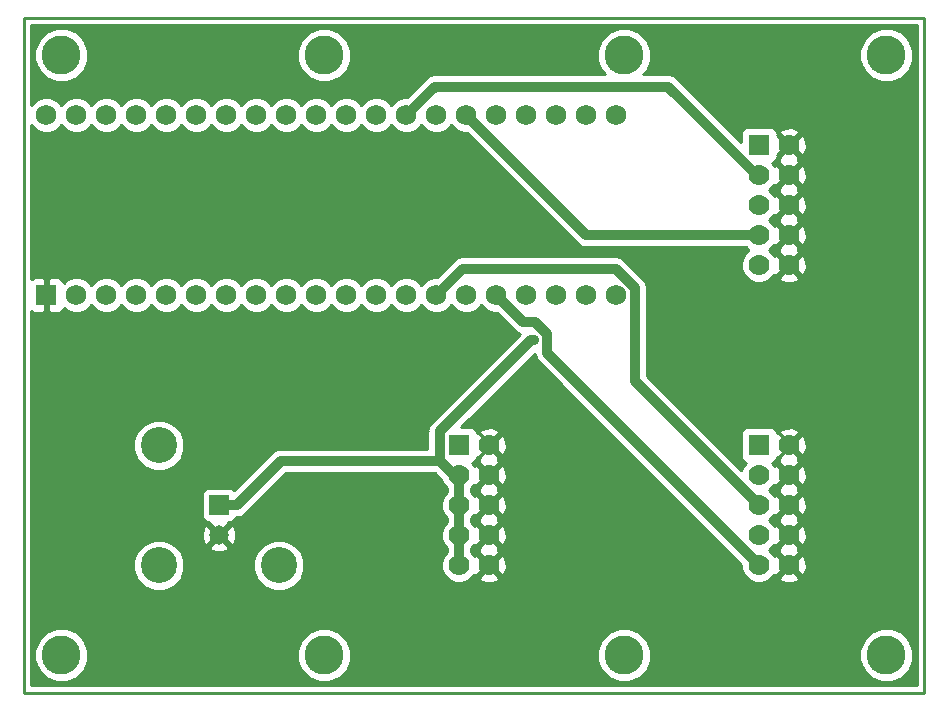
<source format=gbl>
G04 (created by PCBNEW-RS274X (20100406 SVN-R2509)-final) date Thu 17 Jun 2010 11:12:04 AM PDT*
G01*
G70*
G90*
%MOIN*%
G04 Gerber Fmt 3.4, Leading zero omitted, Abs format*
%FSLAX34Y34*%
G04 APERTURE LIST*
%ADD10C,0.001000*%
%ADD11C,0.009000*%
%ADD12C,0.120000*%
%ADD13R,0.065000X0.065000*%
%ADD14C,0.065000*%
%ADD15C,0.069000*%
%ADD16R,0.069000X0.069000*%
%ADD17C,0.130000*%
%ADD18R,0.070000X0.070000*%
%ADD19C,0.070000*%
%ADD20C,0.035000*%
%ADD21C,0.032000*%
%ADD22C,0.010000*%
G04 APERTURE END LIST*
G54D10*
G54D11*
X59000Y-30750D02*
X29000Y-30750D01*
X59000Y-53250D02*
X59000Y-30750D01*
X29000Y-53250D02*
X59000Y-53250D01*
X29000Y-30750D02*
X29000Y-53250D01*
G54D12*
X33500Y-49000D03*
X33500Y-45000D03*
G54D13*
X35500Y-47000D03*
G54D14*
X35500Y-48000D03*
G54D12*
X37500Y-49000D03*
G54D15*
X29750Y-34000D03*
X30750Y-34000D03*
X31750Y-34000D03*
X32750Y-34000D03*
X33750Y-34000D03*
X34750Y-34000D03*
X35750Y-34000D03*
X36750Y-34000D03*
X37750Y-34000D03*
X38750Y-34000D03*
X39750Y-34000D03*
X40750Y-34000D03*
X41750Y-34000D03*
X42750Y-34000D03*
X48750Y-34000D03*
X47750Y-34000D03*
X46750Y-34000D03*
X45750Y-34000D03*
X44750Y-34000D03*
X43750Y-34000D03*
G54D16*
X29750Y-40000D03*
G54D15*
X30750Y-40000D03*
X31750Y-40000D03*
X32750Y-40000D03*
X33750Y-40000D03*
X34750Y-40000D03*
X35750Y-40000D03*
X36750Y-40000D03*
X37750Y-40000D03*
X38750Y-40000D03*
X39750Y-40000D03*
X40750Y-40000D03*
X41750Y-40000D03*
X42750Y-40000D03*
X43750Y-40000D03*
X44750Y-40000D03*
X45750Y-40000D03*
X46750Y-40000D03*
X47750Y-40000D03*
X48750Y-40000D03*
G54D17*
X30250Y-32000D03*
X30250Y-52000D03*
X39000Y-52000D03*
X39000Y-32000D03*
X49000Y-32000D03*
X49000Y-52000D03*
X57750Y-32000D03*
X57750Y-52000D03*
G54D18*
X43500Y-45000D03*
G54D19*
X44500Y-45000D03*
X43500Y-46000D03*
X44500Y-46000D03*
X43500Y-47000D03*
X44500Y-47000D03*
X43500Y-48000D03*
X44500Y-48000D03*
X43500Y-49000D03*
X44500Y-49000D03*
G54D18*
X53500Y-45000D03*
G54D19*
X54500Y-45000D03*
X53500Y-46000D03*
X54500Y-46000D03*
X53500Y-47000D03*
X54500Y-47000D03*
X53500Y-48000D03*
X54500Y-48000D03*
X53500Y-49000D03*
X54500Y-49000D03*
G54D18*
X53500Y-35000D03*
G54D19*
X54500Y-35000D03*
X53500Y-36000D03*
X54500Y-36000D03*
X53500Y-37000D03*
X54500Y-37000D03*
X53500Y-38000D03*
X54500Y-38000D03*
X53500Y-39000D03*
X54500Y-39000D03*
G54D20*
X46005Y-41485D03*
G54D21*
X42705Y-33045D02*
X41750Y-34000D01*
X50470Y-33045D02*
X42705Y-33045D01*
X53425Y-36000D02*
X50470Y-33045D01*
X53500Y-36000D02*
X53425Y-36000D01*
X47750Y-38000D02*
X43750Y-34000D01*
X53500Y-38000D02*
X47750Y-38000D01*
X43500Y-49000D02*
X43500Y-48000D01*
X43500Y-48000D02*
X43500Y-47000D01*
X43500Y-47000D02*
X43500Y-46000D01*
X35500Y-47000D02*
X36088Y-47000D01*
X37566Y-45522D02*
X36088Y-47000D01*
X42861Y-45522D02*
X37566Y-45522D01*
X42861Y-44543D02*
X42861Y-45522D01*
X45919Y-41485D02*
X42861Y-44543D01*
X46005Y-41485D02*
X45919Y-41485D01*
X43339Y-46000D02*
X43500Y-46000D01*
X42861Y-45522D02*
X43339Y-46000D01*
X43634Y-39116D02*
X42750Y-40000D01*
X48726Y-39116D02*
X43634Y-39116D01*
X49358Y-39748D02*
X48726Y-39116D01*
X49358Y-42858D02*
X49358Y-39748D01*
X53500Y-47000D02*
X49358Y-42858D01*
X45637Y-40887D02*
X44750Y-40000D01*
X46027Y-40887D02*
X45637Y-40887D01*
X46443Y-41303D02*
X46027Y-40887D01*
X46443Y-41943D02*
X46443Y-41303D01*
X53500Y-49000D02*
X46443Y-41943D01*
G54D22*
X29245Y-30995D02*
X58755Y-30995D01*
X29245Y-31075D02*
X58755Y-31075D01*
X29245Y-31155D02*
X29940Y-31155D01*
X30562Y-31155D02*
X38690Y-31155D01*
X39312Y-31155D02*
X48690Y-31155D01*
X49312Y-31155D02*
X57440Y-31155D01*
X58062Y-31155D02*
X58755Y-31155D01*
X29245Y-31235D02*
X29746Y-31235D01*
X30754Y-31235D02*
X38496Y-31235D01*
X39504Y-31235D02*
X48496Y-31235D01*
X49504Y-31235D02*
X57246Y-31235D01*
X58254Y-31235D02*
X58755Y-31235D01*
X29245Y-31315D02*
X29663Y-31315D01*
X30838Y-31315D02*
X38413Y-31315D01*
X39588Y-31315D02*
X48413Y-31315D01*
X49588Y-31315D02*
X57163Y-31315D01*
X58338Y-31315D02*
X58755Y-31315D01*
X29245Y-31395D02*
X29583Y-31395D01*
X30918Y-31395D02*
X38333Y-31395D01*
X39668Y-31395D02*
X48333Y-31395D01*
X49668Y-31395D02*
X57083Y-31395D01*
X58418Y-31395D02*
X58755Y-31395D01*
X29245Y-31475D02*
X29503Y-31475D01*
X30998Y-31475D02*
X38253Y-31475D01*
X39748Y-31475D02*
X48253Y-31475D01*
X49748Y-31475D02*
X57003Y-31475D01*
X58498Y-31475D02*
X58755Y-31475D01*
X29245Y-31555D02*
X29461Y-31555D01*
X31040Y-31555D02*
X38211Y-31555D01*
X39790Y-31555D02*
X48211Y-31555D01*
X49790Y-31555D02*
X56961Y-31555D01*
X58540Y-31555D02*
X58755Y-31555D01*
X29245Y-31635D02*
X29428Y-31635D01*
X31073Y-31635D02*
X38178Y-31635D01*
X39823Y-31635D02*
X48178Y-31635D01*
X49823Y-31635D02*
X56928Y-31635D01*
X58573Y-31635D02*
X58755Y-31635D01*
X29245Y-31715D02*
X29394Y-31715D01*
X31106Y-31715D02*
X38144Y-31715D01*
X39856Y-31715D02*
X48144Y-31715D01*
X49856Y-31715D02*
X56894Y-31715D01*
X58606Y-31715D02*
X58755Y-31715D01*
X29245Y-31795D02*
X29361Y-31795D01*
X31139Y-31795D02*
X38111Y-31795D01*
X39889Y-31795D02*
X48111Y-31795D01*
X49889Y-31795D02*
X56861Y-31795D01*
X58639Y-31795D02*
X58755Y-31795D01*
X29245Y-31875D02*
X29350Y-31875D01*
X31150Y-31875D02*
X38100Y-31875D01*
X39900Y-31875D02*
X48100Y-31875D01*
X49900Y-31875D02*
X56850Y-31875D01*
X58650Y-31875D02*
X58755Y-31875D01*
X29245Y-31955D02*
X29350Y-31955D01*
X31150Y-31955D02*
X38100Y-31955D01*
X39900Y-31955D02*
X48100Y-31955D01*
X49900Y-31955D02*
X56850Y-31955D01*
X58650Y-31955D02*
X58755Y-31955D01*
X29245Y-32035D02*
X29350Y-32035D01*
X31150Y-32035D02*
X38100Y-32035D01*
X39900Y-32035D02*
X48100Y-32035D01*
X49900Y-32035D02*
X56850Y-32035D01*
X58650Y-32035D02*
X58755Y-32035D01*
X29245Y-32115D02*
X29350Y-32115D01*
X31150Y-32115D02*
X38100Y-32115D01*
X39900Y-32115D02*
X48100Y-32115D01*
X49900Y-32115D02*
X56850Y-32115D01*
X58650Y-32115D02*
X58755Y-32115D01*
X29245Y-32195D02*
X29357Y-32195D01*
X31143Y-32195D02*
X38107Y-32195D01*
X39893Y-32195D02*
X48107Y-32195D01*
X49893Y-32195D02*
X56857Y-32195D01*
X58643Y-32195D02*
X58755Y-32195D01*
X29245Y-32275D02*
X29390Y-32275D01*
X31110Y-32275D02*
X38140Y-32275D01*
X39860Y-32275D02*
X48140Y-32275D01*
X49860Y-32275D02*
X56890Y-32275D01*
X58610Y-32275D02*
X58755Y-32275D01*
X29245Y-32355D02*
X29423Y-32355D01*
X31077Y-32355D02*
X38173Y-32355D01*
X39827Y-32355D02*
X48173Y-32355D01*
X49827Y-32355D02*
X56923Y-32355D01*
X58577Y-32355D02*
X58755Y-32355D01*
X29245Y-32435D02*
X29456Y-32435D01*
X31043Y-32435D02*
X38206Y-32435D01*
X39793Y-32435D02*
X48206Y-32435D01*
X49793Y-32435D02*
X56956Y-32435D01*
X58543Y-32435D02*
X58755Y-32435D01*
X29245Y-32515D02*
X29492Y-32515D01*
X31007Y-32515D02*
X38242Y-32515D01*
X39757Y-32515D02*
X48242Y-32515D01*
X49757Y-32515D02*
X56992Y-32515D01*
X58507Y-32515D02*
X58755Y-32515D01*
X29245Y-32595D02*
X29572Y-32595D01*
X30927Y-32595D02*
X38322Y-32595D01*
X39677Y-32595D02*
X48322Y-32595D01*
X49677Y-32595D02*
X57072Y-32595D01*
X58427Y-32595D02*
X58755Y-32595D01*
X29245Y-32675D02*
X29652Y-32675D01*
X30847Y-32675D02*
X38402Y-32675D01*
X39597Y-32675D02*
X42535Y-32675D01*
X50641Y-32675D02*
X57152Y-32675D01*
X58347Y-32675D02*
X58755Y-32675D01*
X29245Y-32755D02*
X29732Y-32755D01*
X30767Y-32755D02*
X38482Y-32755D01*
X39517Y-32755D02*
X42414Y-32755D01*
X50760Y-32755D02*
X57232Y-32755D01*
X58267Y-32755D02*
X58755Y-32755D01*
X29245Y-32835D02*
X29914Y-32835D01*
X30585Y-32835D02*
X38664Y-32835D01*
X39335Y-32835D02*
X42335Y-32835D01*
X50840Y-32835D02*
X57414Y-32835D01*
X58085Y-32835D02*
X58755Y-32835D01*
X29245Y-32915D02*
X42255Y-32915D01*
X50920Y-32915D02*
X58755Y-32915D01*
X29245Y-32995D02*
X42175Y-32995D01*
X51000Y-32995D02*
X58755Y-32995D01*
X29245Y-33075D02*
X42095Y-33075D01*
X51080Y-33075D02*
X58755Y-33075D01*
X29245Y-33155D02*
X42015Y-33155D01*
X51160Y-33155D02*
X58755Y-33155D01*
X29245Y-33235D02*
X41935Y-33235D01*
X51240Y-33235D02*
X58755Y-33235D01*
X29245Y-33315D02*
X41855Y-33315D01*
X51320Y-33315D02*
X58755Y-33315D01*
X29245Y-33395D02*
X41775Y-33395D01*
X51400Y-33395D02*
X58755Y-33395D01*
X29245Y-33475D02*
X29465Y-33475D01*
X30036Y-33475D02*
X30465Y-33475D01*
X31035Y-33475D02*
X31465Y-33475D01*
X32035Y-33475D02*
X32465Y-33475D01*
X33035Y-33475D02*
X33465Y-33475D01*
X34035Y-33475D02*
X34465Y-33475D01*
X35035Y-33475D02*
X35465Y-33475D01*
X36035Y-33475D02*
X36465Y-33475D01*
X37035Y-33475D02*
X37465Y-33475D01*
X38035Y-33475D02*
X38465Y-33475D01*
X39035Y-33475D02*
X39465Y-33475D01*
X40035Y-33475D02*
X40465Y-33475D01*
X41035Y-33475D02*
X41465Y-33475D01*
X51480Y-33475D02*
X58755Y-33475D01*
X29245Y-33555D02*
X29355Y-33555D01*
X30145Y-33555D02*
X30355Y-33555D01*
X31145Y-33555D02*
X31355Y-33555D01*
X32145Y-33555D02*
X32355Y-33555D01*
X33145Y-33555D02*
X33355Y-33555D01*
X34145Y-33555D02*
X34355Y-33555D01*
X35145Y-33555D02*
X35355Y-33555D01*
X36145Y-33555D02*
X36355Y-33555D01*
X37145Y-33555D02*
X37355Y-33555D01*
X38145Y-33555D02*
X38355Y-33555D01*
X39145Y-33555D02*
X39355Y-33555D01*
X40145Y-33555D02*
X40355Y-33555D01*
X41145Y-33555D02*
X41355Y-33555D01*
X51560Y-33555D02*
X58755Y-33555D01*
X29245Y-33635D02*
X29275Y-33635D01*
X30225Y-33635D02*
X30274Y-33635D01*
X31225Y-33635D02*
X31274Y-33635D01*
X32225Y-33635D02*
X32274Y-33635D01*
X33225Y-33635D02*
X33274Y-33635D01*
X34225Y-33635D02*
X34274Y-33635D01*
X35225Y-33635D02*
X35274Y-33635D01*
X36225Y-33635D02*
X36274Y-33635D01*
X37225Y-33635D02*
X37274Y-33635D01*
X38225Y-33635D02*
X38274Y-33635D01*
X39225Y-33635D02*
X39274Y-33635D01*
X40225Y-33635D02*
X40274Y-33635D01*
X41225Y-33635D02*
X41274Y-33635D01*
X51640Y-33635D02*
X58755Y-33635D01*
X51720Y-33715D02*
X58755Y-33715D01*
X51800Y-33795D02*
X58755Y-33795D01*
X51880Y-33875D02*
X58755Y-33875D01*
X51960Y-33955D02*
X58755Y-33955D01*
X52040Y-34035D02*
X58755Y-34035D01*
X52120Y-34115D02*
X58755Y-34115D01*
X52200Y-34195D02*
X58755Y-34195D01*
X52280Y-34275D02*
X58755Y-34275D01*
X29245Y-34355D02*
X29265Y-34355D01*
X30233Y-34355D02*
X30265Y-34355D01*
X31233Y-34355D02*
X31265Y-34355D01*
X32233Y-34355D02*
X32265Y-34355D01*
X33233Y-34355D02*
X33265Y-34355D01*
X34233Y-34355D02*
X34265Y-34355D01*
X35233Y-34355D02*
X35265Y-34355D01*
X36233Y-34355D02*
X36265Y-34355D01*
X37233Y-34355D02*
X37265Y-34355D01*
X38233Y-34355D02*
X38265Y-34355D01*
X39233Y-34355D02*
X39265Y-34355D01*
X40233Y-34355D02*
X40265Y-34355D01*
X41233Y-34355D02*
X41265Y-34355D01*
X42233Y-34355D02*
X42265Y-34355D01*
X43233Y-34355D02*
X43265Y-34355D01*
X52360Y-34355D02*
X58755Y-34355D01*
X29245Y-34435D02*
X29345Y-34435D01*
X30154Y-34435D02*
X30345Y-34435D01*
X31154Y-34435D02*
X31345Y-34435D01*
X32154Y-34435D02*
X32345Y-34435D01*
X33154Y-34435D02*
X33345Y-34435D01*
X34154Y-34435D02*
X34345Y-34435D01*
X35154Y-34435D02*
X35345Y-34435D01*
X36154Y-34435D02*
X36345Y-34435D01*
X37154Y-34435D02*
X37345Y-34435D01*
X38154Y-34435D02*
X38345Y-34435D01*
X39154Y-34435D02*
X39345Y-34435D01*
X40154Y-34435D02*
X40345Y-34435D01*
X41154Y-34435D02*
X41345Y-34435D01*
X42154Y-34435D02*
X42345Y-34435D01*
X43154Y-34435D02*
X43345Y-34435D01*
X52440Y-34435D02*
X53019Y-34435D01*
X53982Y-34435D02*
X54316Y-34435D01*
X54668Y-34435D02*
X58755Y-34435D01*
X29245Y-34515D02*
X29441Y-34515D01*
X30059Y-34515D02*
X30441Y-34515D01*
X31059Y-34515D02*
X31441Y-34515D01*
X32059Y-34515D02*
X32441Y-34515D01*
X33059Y-34515D02*
X33441Y-34515D01*
X34059Y-34515D02*
X34441Y-34515D01*
X35059Y-34515D02*
X35441Y-34515D01*
X36059Y-34515D02*
X36441Y-34515D01*
X37059Y-34515D02*
X37441Y-34515D01*
X38059Y-34515D02*
X38441Y-34515D01*
X39059Y-34515D02*
X39441Y-34515D01*
X40059Y-34515D02*
X40441Y-34515D01*
X41059Y-34515D02*
X41441Y-34515D01*
X42059Y-34515D02*
X42441Y-34515D01*
X43059Y-34515D02*
X43441Y-34515D01*
X52520Y-34515D02*
X52937Y-34515D01*
X54064Y-34515D02*
X54181Y-34515D01*
X54820Y-34515D02*
X58755Y-34515D01*
X29245Y-34595D02*
X43765Y-34595D01*
X52600Y-34595D02*
X52904Y-34595D01*
X54097Y-34595D02*
X54113Y-34595D01*
X54166Y-34595D02*
X54166Y-34595D01*
X54833Y-34595D02*
X58755Y-34595D01*
X29245Y-34675D02*
X43845Y-34675D01*
X52680Y-34675D02*
X52901Y-34675D01*
X54104Y-34675D02*
X54104Y-34675D01*
X54246Y-34675D02*
X54246Y-34675D01*
X54753Y-34675D02*
X54896Y-34675D01*
X54968Y-34675D02*
X58755Y-34675D01*
X29245Y-34755D02*
X43925Y-34755D01*
X52760Y-34755D02*
X52901Y-34755D01*
X54184Y-34755D02*
X54184Y-34755D01*
X54326Y-34755D02*
X54326Y-34755D01*
X54673Y-34755D02*
X54816Y-34755D01*
X55041Y-34755D02*
X58755Y-34755D01*
X29245Y-34835D02*
X44005Y-34835D01*
X52840Y-34835D02*
X52901Y-34835D01*
X54264Y-34835D02*
X54264Y-34835D01*
X54406Y-34835D02*
X54406Y-34835D01*
X54592Y-34835D02*
X54736Y-34835D01*
X55074Y-34835D02*
X58755Y-34835D01*
X29245Y-34915D02*
X44085Y-34915D01*
X54344Y-34915D02*
X54344Y-34915D01*
X54486Y-34915D02*
X54486Y-34915D01*
X54512Y-34915D02*
X54656Y-34915D01*
X55085Y-34915D02*
X58755Y-34915D01*
X29245Y-34995D02*
X44165Y-34995D01*
X54424Y-34995D02*
X54424Y-34995D01*
X54433Y-34995D02*
X54576Y-34995D01*
X55089Y-34995D02*
X58755Y-34995D01*
X29245Y-35075D02*
X44245Y-35075D01*
X54354Y-35075D02*
X54354Y-35075D01*
X54495Y-35075D02*
X54496Y-35075D01*
X54504Y-35075D02*
X54646Y-35075D01*
X55093Y-35075D02*
X58755Y-35075D01*
X29245Y-35155D02*
X44325Y-35155D01*
X54274Y-35155D02*
X54274Y-35155D01*
X54415Y-35155D02*
X54416Y-35155D01*
X54584Y-35155D02*
X54726Y-35155D01*
X55069Y-35155D02*
X58755Y-35155D01*
X29245Y-35235D02*
X44405Y-35235D01*
X54194Y-35235D02*
X54194Y-35235D01*
X54335Y-35235D02*
X54336Y-35235D01*
X54664Y-35235D02*
X54806Y-35235D01*
X55040Y-35235D02*
X58755Y-35235D01*
X29245Y-35315D02*
X44485Y-35315D01*
X54114Y-35315D02*
X54114Y-35315D01*
X54255Y-35315D02*
X54256Y-35315D01*
X54744Y-35315D02*
X54886Y-35315D01*
X54998Y-35315D02*
X58755Y-35315D01*
X29245Y-35395D02*
X44565Y-35395D01*
X54099Y-35395D02*
X54103Y-35395D01*
X54175Y-35395D02*
X54176Y-35395D01*
X54824Y-35395D02*
X58755Y-35395D01*
X29245Y-35475D02*
X44645Y-35475D01*
X54067Y-35475D02*
X54176Y-35475D01*
X54822Y-35475D02*
X58755Y-35475D01*
X29245Y-35555D02*
X44725Y-35555D01*
X53997Y-35555D02*
X54168Y-35555D01*
X54833Y-35555D02*
X58755Y-35555D01*
X29245Y-35635D02*
X44805Y-35635D01*
X53982Y-35635D02*
X54206Y-35635D01*
X54794Y-35635D02*
X58755Y-35635D01*
X29245Y-35715D02*
X44885Y-35715D01*
X54144Y-35715D02*
X54286Y-35715D01*
X54714Y-35715D02*
X54856Y-35715D01*
X55024Y-35715D02*
X58755Y-35715D01*
X29245Y-35795D02*
X44965Y-35795D01*
X54224Y-35795D02*
X54366Y-35795D01*
X54634Y-35795D02*
X54776Y-35795D01*
X55057Y-35795D02*
X58755Y-35795D01*
X29245Y-35875D02*
X45045Y-35875D01*
X54304Y-35875D02*
X54446Y-35875D01*
X54554Y-35875D02*
X54696Y-35875D01*
X55083Y-35875D02*
X58755Y-35875D01*
X29245Y-35955D02*
X45125Y-35955D01*
X54384Y-35955D02*
X54616Y-35955D01*
X55087Y-35955D02*
X58755Y-35955D01*
X29245Y-36035D02*
X45205Y-36035D01*
X54394Y-36035D02*
X54606Y-36035D01*
X55091Y-36035D02*
X58755Y-36035D01*
X29245Y-36115D02*
X45285Y-36115D01*
X54314Y-36115D02*
X54456Y-36115D01*
X54544Y-36115D02*
X54686Y-36115D01*
X55084Y-36115D02*
X58755Y-36115D01*
X29245Y-36195D02*
X45365Y-36195D01*
X54234Y-36195D02*
X54376Y-36195D01*
X54624Y-36195D02*
X54766Y-36195D01*
X55055Y-36195D02*
X58755Y-36195D01*
X29245Y-36275D02*
X45445Y-36275D01*
X54154Y-36275D02*
X54296Y-36275D01*
X54704Y-36275D02*
X54846Y-36275D01*
X55025Y-36275D02*
X58755Y-36275D01*
X29245Y-36355D02*
X45525Y-36355D01*
X53991Y-36355D02*
X54216Y-36355D01*
X54784Y-36355D02*
X58755Y-36355D01*
X29245Y-36435D02*
X45605Y-36435D01*
X53910Y-36435D02*
X54163Y-36435D01*
X54835Y-36435D02*
X58755Y-36435D01*
X29245Y-36515D02*
X45685Y-36515D01*
X53862Y-36515D02*
X54180Y-36515D01*
X54820Y-36515D02*
X58755Y-36515D01*
X29245Y-36595D02*
X45765Y-36595D01*
X53942Y-36595D02*
X54166Y-36595D01*
X54834Y-36595D02*
X58755Y-36595D01*
X29245Y-36675D02*
X45845Y-36675D01*
X54014Y-36675D02*
X54031Y-36675D01*
X54104Y-36675D02*
X54246Y-36675D01*
X54754Y-36675D02*
X54896Y-36675D01*
X54968Y-36675D02*
X58755Y-36675D01*
X29245Y-36755D02*
X45925Y-36755D01*
X54184Y-36755D02*
X54326Y-36755D01*
X54674Y-36755D02*
X54816Y-36755D01*
X55041Y-36755D02*
X58755Y-36755D01*
X29245Y-36835D02*
X46005Y-36835D01*
X54264Y-36835D02*
X54406Y-36835D01*
X54594Y-36835D02*
X54736Y-36835D01*
X55074Y-36835D02*
X58755Y-36835D01*
X29245Y-36915D02*
X46085Y-36915D01*
X54344Y-36915D02*
X54486Y-36915D01*
X54514Y-36915D02*
X54656Y-36915D01*
X55085Y-36915D02*
X58755Y-36915D01*
X29245Y-36995D02*
X46165Y-36995D01*
X54424Y-36995D02*
X54576Y-36995D01*
X55089Y-36995D02*
X58755Y-36995D01*
X29245Y-37075D02*
X46245Y-37075D01*
X54354Y-37075D02*
X54496Y-37075D01*
X54504Y-37075D02*
X54646Y-37075D01*
X55093Y-37075D02*
X58755Y-37075D01*
X29245Y-37155D02*
X46325Y-37155D01*
X54274Y-37155D02*
X54416Y-37155D01*
X54584Y-37155D02*
X54726Y-37155D01*
X55069Y-37155D02*
X58755Y-37155D01*
X29245Y-37235D02*
X46405Y-37235D01*
X54194Y-37235D02*
X54336Y-37235D01*
X54664Y-37235D02*
X54806Y-37235D01*
X55040Y-37235D02*
X58755Y-37235D01*
X29245Y-37315D02*
X46485Y-37315D01*
X54114Y-37315D02*
X54256Y-37315D01*
X54744Y-37315D02*
X54886Y-37315D01*
X54998Y-37315D02*
X58755Y-37315D01*
X29245Y-37395D02*
X46565Y-37395D01*
X53951Y-37395D02*
X54176Y-37395D01*
X54824Y-37395D02*
X58755Y-37395D01*
X29245Y-37475D02*
X46645Y-37475D01*
X53870Y-37475D02*
X54177Y-37475D01*
X54822Y-37475D02*
X58755Y-37475D01*
X29245Y-37555D02*
X46725Y-37555D01*
X53902Y-37555D02*
X54167Y-37555D01*
X54833Y-37555D02*
X58755Y-37555D01*
X29245Y-37635D02*
X46805Y-37635D01*
X53982Y-37635D02*
X54206Y-37635D01*
X54794Y-37635D02*
X58755Y-37635D01*
X29245Y-37715D02*
X46885Y-37715D01*
X54144Y-37715D02*
X54286Y-37715D01*
X54714Y-37715D02*
X54856Y-37715D01*
X55024Y-37715D02*
X58755Y-37715D01*
X29245Y-37795D02*
X46965Y-37795D01*
X54224Y-37795D02*
X54366Y-37795D01*
X54634Y-37795D02*
X54776Y-37795D01*
X55057Y-37795D02*
X58755Y-37795D01*
X29245Y-37875D02*
X47045Y-37875D01*
X54304Y-37875D02*
X54446Y-37875D01*
X54554Y-37875D02*
X54696Y-37875D01*
X55083Y-37875D02*
X58755Y-37875D01*
X29245Y-37955D02*
X47125Y-37955D01*
X54384Y-37955D02*
X54616Y-37955D01*
X55087Y-37955D02*
X58755Y-37955D01*
X29245Y-38035D02*
X47205Y-38035D01*
X54394Y-38035D02*
X54606Y-38035D01*
X55091Y-38035D02*
X58755Y-38035D01*
X29245Y-38115D02*
X47285Y-38115D01*
X54314Y-38115D02*
X54456Y-38115D01*
X54544Y-38115D02*
X54686Y-38115D01*
X55084Y-38115D02*
X58755Y-38115D01*
X29245Y-38195D02*
X47365Y-38195D01*
X54234Y-38195D02*
X54376Y-38195D01*
X54624Y-38195D02*
X54766Y-38195D01*
X55055Y-38195D02*
X58755Y-38195D01*
X29245Y-38275D02*
X47445Y-38275D01*
X54154Y-38275D02*
X54296Y-38275D01*
X54704Y-38275D02*
X54846Y-38275D01*
X55025Y-38275D02*
X58755Y-38275D01*
X29245Y-38355D02*
X47557Y-38355D01*
X53991Y-38355D02*
X54216Y-38355D01*
X54784Y-38355D02*
X58755Y-38355D01*
X29245Y-38435D02*
X53087Y-38435D01*
X53910Y-38435D02*
X54163Y-38435D01*
X54835Y-38435D02*
X58755Y-38435D01*
X29245Y-38515D02*
X53137Y-38515D01*
X53862Y-38515D02*
X54180Y-38515D01*
X54820Y-38515D02*
X58755Y-38515D01*
X29245Y-38595D02*
X53058Y-38595D01*
X53942Y-38595D02*
X54166Y-38595D01*
X54834Y-38595D02*
X58755Y-38595D01*
X29245Y-38675D02*
X52987Y-38675D01*
X54014Y-38675D02*
X54031Y-38675D01*
X54104Y-38675D02*
X54246Y-38675D01*
X54754Y-38675D02*
X54896Y-38675D01*
X54968Y-38675D02*
X58755Y-38675D01*
X29245Y-38755D02*
X43451Y-38755D01*
X48910Y-38755D02*
X52954Y-38755D01*
X54184Y-38755D02*
X54326Y-38755D01*
X54674Y-38755D02*
X54816Y-38755D01*
X55041Y-38755D02*
X58755Y-38755D01*
X29245Y-38835D02*
X43335Y-38835D01*
X49025Y-38835D02*
X52921Y-38835D01*
X54264Y-38835D02*
X54406Y-38835D01*
X54594Y-38835D02*
X54736Y-38835D01*
X55074Y-38835D02*
X58755Y-38835D01*
X29245Y-38915D02*
X43255Y-38915D01*
X49105Y-38915D02*
X52901Y-38915D01*
X54344Y-38915D02*
X54486Y-38915D01*
X54514Y-38915D02*
X54656Y-38915D01*
X55085Y-38915D02*
X58755Y-38915D01*
X29245Y-38995D02*
X43175Y-38995D01*
X49185Y-38995D02*
X52901Y-38995D01*
X54424Y-38995D02*
X54576Y-38995D01*
X55089Y-38995D02*
X58755Y-38995D01*
X29245Y-39075D02*
X43095Y-39075D01*
X49265Y-39075D02*
X52901Y-39075D01*
X54354Y-39075D02*
X54496Y-39075D01*
X54504Y-39075D02*
X54646Y-39075D01*
X55093Y-39075D02*
X58755Y-39075D01*
X29245Y-39155D02*
X43015Y-39155D01*
X49345Y-39155D02*
X52915Y-39155D01*
X54274Y-39155D02*
X54416Y-39155D01*
X54584Y-39155D02*
X54726Y-39155D01*
X55069Y-39155D02*
X58755Y-39155D01*
X29245Y-39235D02*
X42935Y-39235D01*
X49425Y-39235D02*
X52948Y-39235D01*
X54194Y-39235D02*
X54336Y-39235D01*
X54664Y-39235D02*
X54806Y-39235D01*
X55040Y-39235D02*
X58755Y-39235D01*
X29245Y-39315D02*
X42855Y-39315D01*
X49505Y-39315D02*
X52982Y-39315D01*
X54114Y-39315D02*
X54256Y-39315D01*
X54744Y-39315D02*
X54886Y-39315D01*
X54998Y-39315D02*
X58755Y-39315D01*
X29245Y-39395D02*
X42775Y-39395D01*
X49585Y-39395D02*
X53048Y-39395D01*
X53952Y-39395D02*
X54176Y-39395D01*
X54824Y-39395D02*
X58755Y-39395D01*
X29700Y-39475D02*
X29800Y-39475D01*
X30267Y-39475D02*
X30465Y-39475D01*
X31035Y-39475D02*
X31465Y-39475D01*
X32035Y-39475D02*
X32465Y-39475D01*
X33035Y-39475D02*
X33465Y-39475D01*
X34035Y-39475D02*
X34465Y-39475D01*
X35035Y-39475D02*
X35465Y-39475D01*
X36035Y-39475D02*
X36465Y-39475D01*
X37035Y-39475D02*
X37465Y-39475D01*
X38035Y-39475D02*
X38465Y-39475D01*
X39035Y-39475D02*
X39465Y-39475D01*
X40035Y-39475D02*
X40465Y-39475D01*
X41035Y-39475D02*
X41465Y-39475D01*
X42035Y-39475D02*
X42465Y-39475D01*
X49660Y-39475D02*
X53128Y-39475D01*
X53872Y-39475D02*
X54177Y-39475D01*
X54822Y-39475D02*
X58755Y-39475D01*
X29700Y-39555D02*
X29800Y-39555D01*
X30323Y-39555D02*
X30355Y-39555D01*
X31145Y-39555D02*
X31355Y-39555D01*
X32145Y-39555D02*
X32355Y-39555D01*
X33145Y-39555D02*
X33355Y-39555D01*
X34145Y-39555D02*
X34355Y-39555D01*
X35145Y-39555D02*
X35355Y-39555D01*
X36145Y-39555D02*
X36355Y-39555D01*
X37145Y-39555D02*
X37355Y-39555D01*
X38145Y-39555D02*
X38355Y-39555D01*
X39145Y-39555D02*
X39355Y-39555D01*
X40145Y-39555D02*
X40355Y-39555D01*
X41145Y-39555D02*
X41355Y-39555D01*
X42145Y-39555D02*
X42355Y-39555D01*
X49713Y-39555D02*
X53274Y-39555D01*
X53725Y-39555D02*
X54304Y-39555D01*
X54708Y-39555D02*
X58755Y-39555D01*
X29700Y-39635D02*
X29800Y-39635D01*
X31225Y-39635D02*
X31274Y-39635D01*
X32225Y-39635D02*
X32274Y-39635D01*
X33225Y-39635D02*
X33274Y-39635D01*
X34225Y-39635D02*
X34274Y-39635D01*
X35225Y-39635D02*
X35274Y-39635D01*
X36225Y-39635D02*
X36274Y-39635D01*
X37225Y-39635D02*
X37274Y-39635D01*
X38225Y-39635D02*
X38274Y-39635D01*
X39225Y-39635D02*
X39275Y-39635D01*
X40225Y-39635D02*
X40274Y-39635D01*
X41225Y-39635D02*
X41274Y-39635D01*
X42225Y-39635D02*
X42274Y-39635D01*
X49746Y-39635D02*
X58755Y-39635D01*
X29700Y-39715D02*
X29800Y-39715D01*
X49761Y-39715D02*
X58755Y-39715D01*
X29700Y-39795D02*
X29800Y-39795D01*
X49768Y-39795D02*
X58755Y-39795D01*
X29700Y-39875D02*
X29800Y-39875D01*
X49768Y-39875D02*
X58755Y-39875D01*
X29700Y-39955D02*
X29800Y-39955D01*
X49768Y-39955D02*
X58755Y-39955D01*
X29700Y-40035D02*
X29800Y-40035D01*
X49768Y-40035D02*
X58755Y-40035D01*
X29700Y-40115D02*
X29800Y-40115D01*
X49768Y-40115D02*
X58755Y-40115D01*
X29700Y-40195D02*
X29800Y-40195D01*
X49768Y-40195D02*
X58755Y-40195D01*
X29700Y-40275D02*
X29800Y-40275D01*
X49768Y-40275D02*
X58755Y-40275D01*
X29700Y-40355D02*
X29800Y-40355D01*
X31233Y-40355D02*
X31265Y-40355D01*
X32233Y-40355D02*
X32265Y-40355D01*
X33233Y-40355D02*
X33265Y-40355D01*
X34233Y-40355D02*
X34265Y-40355D01*
X35233Y-40355D02*
X35265Y-40355D01*
X36233Y-40355D02*
X36265Y-40355D01*
X37233Y-40355D02*
X37265Y-40355D01*
X38233Y-40355D02*
X38265Y-40355D01*
X39235Y-40355D02*
X39265Y-40355D01*
X40233Y-40355D02*
X40265Y-40355D01*
X41233Y-40355D02*
X41265Y-40355D01*
X42233Y-40355D02*
X42265Y-40355D01*
X43233Y-40355D02*
X43265Y-40355D01*
X44233Y-40355D02*
X44265Y-40355D01*
X49768Y-40355D02*
X58755Y-40355D01*
X29700Y-40435D02*
X29800Y-40435D01*
X30326Y-40435D02*
X30345Y-40435D01*
X31154Y-40435D02*
X31345Y-40435D01*
X32154Y-40435D02*
X32345Y-40435D01*
X33154Y-40435D02*
X33345Y-40435D01*
X34154Y-40435D02*
X34345Y-40435D01*
X35154Y-40435D02*
X35345Y-40435D01*
X36154Y-40435D02*
X36345Y-40435D01*
X37154Y-40435D02*
X37345Y-40435D01*
X38154Y-40435D02*
X38345Y-40435D01*
X39155Y-40435D02*
X39345Y-40435D01*
X40154Y-40435D02*
X40345Y-40435D01*
X41154Y-40435D02*
X41345Y-40435D01*
X42154Y-40435D02*
X42345Y-40435D01*
X43154Y-40435D02*
X43345Y-40435D01*
X44154Y-40435D02*
X44345Y-40435D01*
X49768Y-40435D02*
X58755Y-40435D01*
X29700Y-40515D02*
X29800Y-40515D01*
X30277Y-40515D02*
X30441Y-40515D01*
X31059Y-40515D02*
X31441Y-40515D01*
X32059Y-40515D02*
X32441Y-40515D01*
X33059Y-40515D02*
X33441Y-40515D01*
X34059Y-40515D02*
X34441Y-40515D01*
X35059Y-40515D02*
X35441Y-40515D01*
X36059Y-40515D02*
X36441Y-40515D01*
X37059Y-40515D02*
X37441Y-40515D01*
X38059Y-40515D02*
X38441Y-40515D01*
X39059Y-40515D02*
X39441Y-40515D01*
X40059Y-40515D02*
X40441Y-40515D01*
X41059Y-40515D02*
X41441Y-40515D01*
X42059Y-40515D02*
X42441Y-40515D01*
X43059Y-40515D02*
X43441Y-40515D01*
X44059Y-40515D02*
X44441Y-40515D01*
X49768Y-40515D02*
X58755Y-40515D01*
X29245Y-40595D02*
X44765Y-40595D01*
X49768Y-40595D02*
X58755Y-40595D01*
X29245Y-40675D02*
X44845Y-40675D01*
X49768Y-40675D02*
X58755Y-40675D01*
X29245Y-40755D02*
X44925Y-40755D01*
X49768Y-40755D02*
X58755Y-40755D01*
X29245Y-40835D02*
X45005Y-40835D01*
X49768Y-40835D02*
X58755Y-40835D01*
X29245Y-40915D02*
X45085Y-40915D01*
X49768Y-40915D02*
X58755Y-40915D01*
X29245Y-40995D02*
X45165Y-40995D01*
X49768Y-40995D02*
X58755Y-40995D01*
X29245Y-41075D02*
X45245Y-41075D01*
X49768Y-41075D02*
X58755Y-41075D01*
X29245Y-41155D02*
X45325Y-41155D01*
X49768Y-41155D02*
X58755Y-41155D01*
X29245Y-41235D02*
X45433Y-41235D01*
X49768Y-41235D02*
X58755Y-41235D01*
X29245Y-41315D02*
X45509Y-41315D01*
X49768Y-41315D02*
X58755Y-41315D01*
X29245Y-41395D02*
X45429Y-41395D01*
X49768Y-41395D02*
X58755Y-41395D01*
X29245Y-41475D02*
X45349Y-41475D01*
X49768Y-41475D02*
X58755Y-41475D01*
X29245Y-41555D02*
X45269Y-41555D01*
X49768Y-41555D02*
X58755Y-41555D01*
X29245Y-41635D02*
X45189Y-41635D01*
X49768Y-41635D02*
X58755Y-41635D01*
X29245Y-41715D02*
X45109Y-41715D01*
X49768Y-41715D02*
X58755Y-41715D01*
X29245Y-41795D02*
X45029Y-41795D01*
X49768Y-41795D02*
X58755Y-41795D01*
X29245Y-41875D02*
X44949Y-41875D01*
X49768Y-41875D02*
X58755Y-41875D01*
X29245Y-41955D02*
X44869Y-41955D01*
X46027Y-41955D02*
X46035Y-41955D01*
X49768Y-41955D02*
X58755Y-41955D01*
X29245Y-42035D02*
X44789Y-42035D01*
X45947Y-42035D02*
X46051Y-42035D01*
X49768Y-42035D02*
X58755Y-42035D01*
X29245Y-42115D02*
X44709Y-42115D01*
X45867Y-42115D02*
X46074Y-42115D01*
X49768Y-42115D02*
X58755Y-42115D01*
X29245Y-42195D02*
X44629Y-42195D01*
X45787Y-42195D02*
X46127Y-42195D01*
X49768Y-42195D02*
X58755Y-42195D01*
X29245Y-42275D02*
X44549Y-42275D01*
X45707Y-42275D02*
X46195Y-42275D01*
X49768Y-42275D02*
X58755Y-42275D01*
X29245Y-42355D02*
X44469Y-42355D01*
X45627Y-42355D02*
X46275Y-42355D01*
X49768Y-42355D02*
X58755Y-42355D01*
X29245Y-42435D02*
X44389Y-42435D01*
X45547Y-42435D02*
X46355Y-42435D01*
X49768Y-42435D02*
X58755Y-42435D01*
X29245Y-42515D02*
X44309Y-42515D01*
X45467Y-42515D02*
X46435Y-42515D01*
X49768Y-42515D02*
X58755Y-42515D01*
X29245Y-42595D02*
X44229Y-42595D01*
X45387Y-42595D02*
X46515Y-42595D01*
X49768Y-42595D02*
X58755Y-42595D01*
X29245Y-42675D02*
X44149Y-42675D01*
X45307Y-42675D02*
X46595Y-42675D01*
X49768Y-42675D02*
X58755Y-42675D01*
X29245Y-42755D02*
X44069Y-42755D01*
X45227Y-42755D02*
X46675Y-42755D01*
X49835Y-42755D02*
X58755Y-42755D01*
X29245Y-42835D02*
X43989Y-42835D01*
X45147Y-42835D02*
X46755Y-42835D01*
X49915Y-42835D02*
X58755Y-42835D01*
X29245Y-42915D02*
X43909Y-42915D01*
X45067Y-42915D02*
X46835Y-42915D01*
X49995Y-42915D02*
X58755Y-42915D01*
X29245Y-42995D02*
X43829Y-42995D01*
X44987Y-42995D02*
X46915Y-42995D01*
X50075Y-42995D02*
X58755Y-42995D01*
X29245Y-43075D02*
X43749Y-43075D01*
X44907Y-43075D02*
X46995Y-43075D01*
X50155Y-43075D02*
X58755Y-43075D01*
X29245Y-43155D02*
X43669Y-43155D01*
X44827Y-43155D02*
X47075Y-43155D01*
X50235Y-43155D02*
X58755Y-43155D01*
X29245Y-43235D02*
X43589Y-43235D01*
X44747Y-43235D02*
X47155Y-43235D01*
X50315Y-43235D02*
X58755Y-43235D01*
X29245Y-43315D02*
X43509Y-43315D01*
X44667Y-43315D02*
X47235Y-43315D01*
X50395Y-43315D02*
X58755Y-43315D01*
X29245Y-43395D02*
X43429Y-43395D01*
X44587Y-43395D02*
X47315Y-43395D01*
X50475Y-43395D02*
X58755Y-43395D01*
X29245Y-43475D02*
X43349Y-43475D01*
X44507Y-43475D02*
X47395Y-43475D01*
X50555Y-43475D02*
X58755Y-43475D01*
X29245Y-43555D02*
X43269Y-43555D01*
X44427Y-43555D02*
X47475Y-43555D01*
X50635Y-43555D02*
X58755Y-43555D01*
X29245Y-43635D02*
X43189Y-43635D01*
X44347Y-43635D02*
X47555Y-43635D01*
X50715Y-43635D02*
X58755Y-43635D01*
X29245Y-43715D02*
X43109Y-43715D01*
X44267Y-43715D02*
X47635Y-43715D01*
X50795Y-43715D02*
X58755Y-43715D01*
X29245Y-43795D02*
X43029Y-43795D01*
X44187Y-43795D02*
X47715Y-43795D01*
X50875Y-43795D02*
X58755Y-43795D01*
X29245Y-43875D02*
X42949Y-43875D01*
X44107Y-43875D02*
X47795Y-43875D01*
X50955Y-43875D02*
X58755Y-43875D01*
X29245Y-43955D02*
X42869Y-43955D01*
X44027Y-43955D02*
X47875Y-43955D01*
X51035Y-43955D02*
X58755Y-43955D01*
X29245Y-44035D02*
X42789Y-44035D01*
X43947Y-44035D02*
X47955Y-44035D01*
X51115Y-44035D02*
X58755Y-44035D01*
X29245Y-44115D02*
X42709Y-44115D01*
X43867Y-44115D02*
X48035Y-44115D01*
X51195Y-44115D02*
X58755Y-44115D01*
X29245Y-44195D02*
X33224Y-44195D01*
X33778Y-44195D02*
X42629Y-44195D01*
X43787Y-44195D02*
X48115Y-44195D01*
X51275Y-44195D02*
X58755Y-44195D01*
X29245Y-44275D02*
X33030Y-44275D01*
X33970Y-44275D02*
X42557Y-44275D01*
X43707Y-44275D02*
X48195Y-44275D01*
X51355Y-44275D02*
X58755Y-44275D01*
X29245Y-44355D02*
X32944Y-44355D01*
X34057Y-44355D02*
X42503Y-44355D01*
X43627Y-44355D02*
X48275Y-44355D01*
X51435Y-44355D02*
X58755Y-44355D01*
X29245Y-44435D02*
X32864Y-44435D01*
X34137Y-44435D02*
X42473Y-44435D01*
X43982Y-44435D02*
X44316Y-44435D01*
X44668Y-44435D02*
X48355Y-44435D01*
X51515Y-44435D02*
X53019Y-44435D01*
X53982Y-44435D02*
X54316Y-44435D01*
X54668Y-44435D02*
X58755Y-44435D01*
X29245Y-44515D02*
X32784Y-44515D01*
X34217Y-44515D02*
X42457Y-44515D01*
X44064Y-44515D02*
X44181Y-44515D01*
X44820Y-44515D02*
X48435Y-44515D01*
X51595Y-44515D02*
X52937Y-44515D01*
X54064Y-44515D02*
X54181Y-44515D01*
X54820Y-44515D02*
X58755Y-44515D01*
X29245Y-44595D02*
X32748Y-44595D01*
X34253Y-44595D02*
X42451Y-44595D01*
X44097Y-44595D02*
X44113Y-44595D01*
X44166Y-44595D02*
X44166Y-44595D01*
X44833Y-44595D02*
X48515Y-44595D01*
X51675Y-44595D02*
X52904Y-44595D01*
X54097Y-44595D02*
X54113Y-44595D01*
X54166Y-44595D02*
X54166Y-44595D01*
X54833Y-44595D02*
X58755Y-44595D01*
X29245Y-44675D02*
X32715Y-44675D01*
X34286Y-44675D02*
X42451Y-44675D01*
X44246Y-44675D02*
X44246Y-44675D01*
X44753Y-44675D02*
X44896Y-44675D01*
X44968Y-44675D02*
X48595Y-44675D01*
X51755Y-44675D02*
X52901Y-44675D01*
X54246Y-44675D02*
X54246Y-44675D01*
X54753Y-44675D02*
X54896Y-44675D01*
X54968Y-44675D02*
X58755Y-44675D01*
X29245Y-44755D02*
X32682Y-44755D01*
X34319Y-44755D02*
X42451Y-44755D01*
X44326Y-44755D02*
X44326Y-44755D01*
X44673Y-44755D02*
X44816Y-44755D01*
X45041Y-44755D02*
X48675Y-44755D01*
X51835Y-44755D02*
X52901Y-44755D01*
X54326Y-44755D02*
X54326Y-44755D01*
X54673Y-44755D02*
X54816Y-44755D01*
X55041Y-44755D02*
X58755Y-44755D01*
X29245Y-44835D02*
X32650Y-44835D01*
X34350Y-44835D02*
X42451Y-44835D01*
X44406Y-44835D02*
X44406Y-44835D01*
X44592Y-44835D02*
X44736Y-44835D01*
X45074Y-44835D02*
X48755Y-44835D01*
X51915Y-44835D02*
X52901Y-44835D01*
X54406Y-44835D02*
X54406Y-44835D01*
X54592Y-44835D02*
X54736Y-44835D01*
X55074Y-44835D02*
X58755Y-44835D01*
X29245Y-44915D02*
X32650Y-44915D01*
X34350Y-44915D02*
X42451Y-44915D01*
X44486Y-44915D02*
X44486Y-44915D01*
X44512Y-44915D02*
X44656Y-44915D01*
X45085Y-44915D02*
X48835Y-44915D01*
X51995Y-44915D02*
X52901Y-44915D01*
X54486Y-44915D02*
X54486Y-44915D01*
X54512Y-44915D02*
X54656Y-44915D01*
X55085Y-44915D02*
X58755Y-44915D01*
X29245Y-44995D02*
X32650Y-44995D01*
X34350Y-44995D02*
X42451Y-44995D01*
X44433Y-44995D02*
X44576Y-44995D01*
X45089Y-44995D02*
X48915Y-44995D01*
X52075Y-44995D02*
X52901Y-44995D01*
X54433Y-44995D02*
X54576Y-44995D01*
X55089Y-44995D02*
X58755Y-44995D01*
X29245Y-45075D02*
X32650Y-45075D01*
X34350Y-45075D02*
X42451Y-45075D01*
X44495Y-45075D02*
X44496Y-45075D01*
X44504Y-45075D02*
X44646Y-45075D01*
X45093Y-45075D02*
X48995Y-45075D01*
X52155Y-45075D02*
X52901Y-45075D01*
X54495Y-45075D02*
X54496Y-45075D01*
X54504Y-45075D02*
X54646Y-45075D01*
X55093Y-45075D02*
X58755Y-45075D01*
X29245Y-45155D02*
X32650Y-45155D01*
X34350Y-45155D02*
X37391Y-45155D01*
X44415Y-45155D02*
X44416Y-45155D01*
X44584Y-45155D02*
X44726Y-45155D01*
X45069Y-45155D02*
X49075Y-45155D01*
X52235Y-45155D02*
X52901Y-45155D01*
X54415Y-45155D02*
X54416Y-45155D01*
X54584Y-45155D02*
X54726Y-45155D01*
X55069Y-45155D02*
X58755Y-45155D01*
X29245Y-45235D02*
X32677Y-45235D01*
X34322Y-45235D02*
X37273Y-45235D01*
X44335Y-45235D02*
X44336Y-45235D01*
X44664Y-45235D02*
X44806Y-45235D01*
X45040Y-45235D02*
X49155Y-45235D01*
X52315Y-45235D02*
X52901Y-45235D01*
X54335Y-45235D02*
X54336Y-45235D01*
X54664Y-45235D02*
X54806Y-45235D01*
X55040Y-45235D02*
X58755Y-45235D01*
X29245Y-45315D02*
X32710Y-45315D01*
X34289Y-45315D02*
X37193Y-45315D01*
X44255Y-45315D02*
X44256Y-45315D01*
X44744Y-45315D02*
X44886Y-45315D01*
X44998Y-45315D02*
X49235Y-45315D01*
X52395Y-45315D02*
X52901Y-45315D01*
X54255Y-45315D02*
X54256Y-45315D01*
X54744Y-45315D02*
X54886Y-45315D01*
X54998Y-45315D02*
X58755Y-45315D01*
X29245Y-45395D02*
X32743Y-45395D01*
X34256Y-45395D02*
X37113Y-45395D01*
X44099Y-45395D02*
X44103Y-45395D01*
X44175Y-45395D02*
X44176Y-45395D01*
X44824Y-45395D02*
X49315Y-45395D01*
X52475Y-45395D02*
X52901Y-45395D01*
X54099Y-45395D02*
X54103Y-45395D01*
X54175Y-45395D02*
X54176Y-45395D01*
X54824Y-45395D02*
X58755Y-45395D01*
X29245Y-45475D02*
X32776Y-45475D01*
X34222Y-45475D02*
X37033Y-45475D01*
X44067Y-45475D02*
X44176Y-45475D01*
X44822Y-45475D02*
X49395Y-45475D01*
X52555Y-45475D02*
X52932Y-45475D01*
X54067Y-45475D02*
X54177Y-45475D01*
X54822Y-45475D02*
X58755Y-45475D01*
X29245Y-45555D02*
X32853Y-45555D01*
X34146Y-45555D02*
X36953Y-45555D01*
X43997Y-45555D02*
X44168Y-45555D01*
X44833Y-45555D02*
X49475Y-45555D01*
X52635Y-45555D02*
X53003Y-45555D01*
X53997Y-45555D02*
X54167Y-45555D01*
X54833Y-45555D02*
X58755Y-45555D01*
X29245Y-45635D02*
X32933Y-45635D01*
X34066Y-45635D02*
X36873Y-45635D01*
X43982Y-45635D02*
X44206Y-45635D01*
X44794Y-45635D02*
X49555Y-45635D01*
X52715Y-45635D02*
X53018Y-45635D01*
X53982Y-45635D02*
X54206Y-45635D01*
X54794Y-45635D02*
X58755Y-45635D01*
X29245Y-45715D02*
X33013Y-45715D01*
X33986Y-45715D02*
X36793Y-45715D01*
X44144Y-45715D02*
X44286Y-45715D01*
X44714Y-45715D02*
X44856Y-45715D01*
X45024Y-45715D02*
X49635Y-45715D01*
X52795Y-45715D02*
X52970Y-45715D01*
X54144Y-45715D02*
X54286Y-45715D01*
X54714Y-45715D02*
X54856Y-45715D01*
X55024Y-45715D02*
X58755Y-45715D01*
X29245Y-45795D02*
X33198Y-45795D01*
X33801Y-45795D02*
X36713Y-45795D01*
X44224Y-45795D02*
X44366Y-45795D01*
X44634Y-45795D02*
X44776Y-45795D01*
X45057Y-45795D02*
X49715Y-45795D01*
X52875Y-45795D02*
X52937Y-45795D01*
X54224Y-45795D02*
X54366Y-45795D01*
X54634Y-45795D02*
X54776Y-45795D01*
X55057Y-45795D02*
X58755Y-45795D01*
X29245Y-45875D02*
X36633Y-45875D01*
X44304Y-45875D02*
X44446Y-45875D01*
X44554Y-45875D02*
X44696Y-45875D01*
X45083Y-45875D02*
X49795Y-45875D01*
X54304Y-45875D02*
X54446Y-45875D01*
X54554Y-45875D02*
X54696Y-45875D01*
X55083Y-45875D02*
X58755Y-45875D01*
X29245Y-45955D02*
X36553Y-45955D01*
X37713Y-45955D02*
X42714Y-45955D01*
X44384Y-45955D02*
X44616Y-45955D01*
X45087Y-45955D02*
X49875Y-45955D01*
X54384Y-45955D02*
X54616Y-45955D01*
X55087Y-45955D02*
X58755Y-45955D01*
X29245Y-46035D02*
X36473Y-46035D01*
X37633Y-46035D02*
X42794Y-46035D01*
X44394Y-46035D02*
X44606Y-46035D01*
X45091Y-46035D02*
X49955Y-46035D01*
X54394Y-46035D02*
X54606Y-46035D01*
X55091Y-46035D02*
X58755Y-46035D01*
X29245Y-46115D02*
X36393Y-46115D01*
X37553Y-46115D02*
X42874Y-46115D01*
X44314Y-46115D02*
X44456Y-46115D01*
X44544Y-46115D02*
X44686Y-46115D01*
X45084Y-46115D02*
X50035Y-46115D01*
X54314Y-46115D02*
X54456Y-46115D01*
X54544Y-46115D02*
X54686Y-46115D01*
X55084Y-46115D02*
X58755Y-46115D01*
X29245Y-46195D02*
X36313Y-46195D01*
X37473Y-46195D02*
X42932Y-46195D01*
X44234Y-46195D02*
X44376Y-46195D01*
X44624Y-46195D02*
X44766Y-46195D01*
X45055Y-46195D02*
X50115Y-46195D01*
X54234Y-46195D02*
X54376Y-46195D01*
X54624Y-46195D02*
X54766Y-46195D01*
X55055Y-46195D02*
X58755Y-46195D01*
X29245Y-46275D02*
X36233Y-46275D01*
X37393Y-46275D02*
X42965Y-46275D01*
X44154Y-46275D02*
X44296Y-46275D01*
X44704Y-46275D02*
X44846Y-46275D01*
X45025Y-46275D02*
X50195Y-46275D01*
X54154Y-46275D02*
X54296Y-46275D01*
X54704Y-46275D02*
X54846Y-46275D01*
X55025Y-46275D02*
X58755Y-46275D01*
X29245Y-46355D02*
X36153Y-46355D01*
X37313Y-46355D02*
X43008Y-46355D01*
X43992Y-46355D02*
X44216Y-46355D01*
X44784Y-46355D02*
X50275Y-46355D01*
X53991Y-46355D02*
X54216Y-46355D01*
X54784Y-46355D02*
X58755Y-46355D01*
X29245Y-46435D02*
X35105Y-46435D01*
X35897Y-46435D02*
X36073Y-46435D01*
X37233Y-46435D02*
X43088Y-46435D01*
X43912Y-46435D02*
X44163Y-46435D01*
X44835Y-46435D02*
X50355Y-46435D01*
X53910Y-46435D02*
X54163Y-46435D01*
X54835Y-46435D02*
X58755Y-46435D01*
X29245Y-46515D02*
X34983Y-46515D01*
X37153Y-46515D02*
X43090Y-46515D01*
X43910Y-46515D02*
X44180Y-46515D01*
X44820Y-46515D02*
X50435Y-46515D01*
X53862Y-46515D02*
X54180Y-46515D01*
X54820Y-46515D02*
X58755Y-46515D01*
X29245Y-46595D02*
X34939Y-46595D01*
X37073Y-46595D02*
X43058Y-46595D01*
X43942Y-46595D02*
X44166Y-46595D01*
X44834Y-46595D02*
X50515Y-46595D01*
X53942Y-46595D02*
X54166Y-46595D01*
X54834Y-46595D02*
X58755Y-46595D01*
X29245Y-46675D02*
X34926Y-46675D01*
X36993Y-46675D02*
X42987Y-46675D01*
X44014Y-46675D02*
X44031Y-46675D01*
X44104Y-46675D02*
X44246Y-46675D01*
X44754Y-46675D02*
X44896Y-46675D01*
X44968Y-46675D02*
X50595Y-46675D01*
X54014Y-46675D02*
X54031Y-46675D01*
X54104Y-46675D02*
X54246Y-46675D01*
X54754Y-46675D02*
X54896Y-46675D01*
X54968Y-46675D02*
X58755Y-46675D01*
X29245Y-46755D02*
X34926Y-46755D01*
X36913Y-46755D02*
X42954Y-46755D01*
X44184Y-46755D02*
X44326Y-46755D01*
X44674Y-46755D02*
X44816Y-46755D01*
X45041Y-46755D02*
X50675Y-46755D01*
X54184Y-46755D02*
X54326Y-46755D01*
X54674Y-46755D02*
X54816Y-46755D01*
X55041Y-46755D02*
X58755Y-46755D01*
X29245Y-46835D02*
X34926Y-46835D01*
X36833Y-46835D02*
X42921Y-46835D01*
X44264Y-46835D02*
X44406Y-46835D01*
X44594Y-46835D02*
X44736Y-46835D01*
X45074Y-46835D02*
X50755Y-46835D01*
X54264Y-46835D02*
X54406Y-46835D01*
X54594Y-46835D02*
X54736Y-46835D01*
X55074Y-46835D02*
X58755Y-46835D01*
X29245Y-46915D02*
X34926Y-46915D01*
X36753Y-46915D02*
X42901Y-46915D01*
X44344Y-46915D02*
X44486Y-46915D01*
X44514Y-46915D02*
X44656Y-46915D01*
X45085Y-46915D02*
X50835Y-46915D01*
X54344Y-46915D02*
X54486Y-46915D01*
X54514Y-46915D02*
X54656Y-46915D01*
X55085Y-46915D02*
X58755Y-46915D01*
X29245Y-46995D02*
X34926Y-46995D01*
X36673Y-46995D02*
X42901Y-46995D01*
X44424Y-46995D02*
X44576Y-46995D01*
X45089Y-46995D02*
X50915Y-46995D01*
X54424Y-46995D02*
X54576Y-46995D01*
X55089Y-46995D02*
X58755Y-46995D01*
X29245Y-47075D02*
X34926Y-47075D01*
X36593Y-47075D02*
X42901Y-47075D01*
X44354Y-47075D02*
X44496Y-47075D01*
X44504Y-47075D02*
X44646Y-47075D01*
X45093Y-47075D02*
X50995Y-47075D01*
X54354Y-47075D02*
X54496Y-47075D01*
X54504Y-47075D02*
X54646Y-47075D01*
X55093Y-47075D02*
X58755Y-47075D01*
X29245Y-47155D02*
X34926Y-47155D01*
X36513Y-47155D02*
X42915Y-47155D01*
X44274Y-47155D02*
X44416Y-47155D01*
X44584Y-47155D02*
X44726Y-47155D01*
X45069Y-47155D02*
X51075Y-47155D01*
X54274Y-47155D02*
X54416Y-47155D01*
X54584Y-47155D02*
X54726Y-47155D01*
X55069Y-47155D02*
X58755Y-47155D01*
X29245Y-47235D02*
X34926Y-47235D01*
X36433Y-47235D02*
X42948Y-47235D01*
X44194Y-47235D02*
X44336Y-47235D01*
X44664Y-47235D02*
X44806Y-47235D01*
X45040Y-47235D02*
X51155Y-47235D01*
X54194Y-47235D02*
X54336Y-47235D01*
X54664Y-47235D02*
X54806Y-47235D01*
X55040Y-47235D02*
X58755Y-47235D01*
X29245Y-47315D02*
X34926Y-47315D01*
X36340Y-47315D02*
X42982Y-47315D01*
X44114Y-47315D02*
X44256Y-47315D01*
X44744Y-47315D02*
X44886Y-47315D01*
X44998Y-47315D02*
X51235Y-47315D01*
X54114Y-47315D02*
X54256Y-47315D01*
X54744Y-47315D02*
X54886Y-47315D01*
X54998Y-47315D02*
X58755Y-47315D01*
X29245Y-47395D02*
X34934Y-47395D01*
X36163Y-47395D02*
X43048Y-47395D01*
X43952Y-47395D02*
X44176Y-47395D01*
X44824Y-47395D02*
X51315Y-47395D01*
X53951Y-47395D02*
X54176Y-47395D01*
X54824Y-47395D02*
X58755Y-47395D01*
X29245Y-47475D02*
X34973Y-47475D01*
X36027Y-47475D02*
X43090Y-47475D01*
X43910Y-47475D02*
X44177Y-47475D01*
X44822Y-47475D02*
X51395Y-47475D01*
X53870Y-47475D02*
X54176Y-47475D01*
X54822Y-47475D02*
X58755Y-47475D01*
X29245Y-47555D02*
X35079Y-47555D01*
X35920Y-47555D02*
X43090Y-47555D01*
X43910Y-47555D02*
X44167Y-47555D01*
X44833Y-47555D02*
X51475Y-47555D01*
X53902Y-47555D02*
X54168Y-47555D01*
X54833Y-47555D02*
X58755Y-47555D01*
X29245Y-47635D02*
X35206Y-47635D01*
X35794Y-47635D02*
X43018Y-47635D01*
X43982Y-47635D02*
X44206Y-47635D01*
X44794Y-47635D02*
X51555Y-47635D01*
X53982Y-47635D02*
X54206Y-47635D01*
X54794Y-47635D02*
X58755Y-47635D01*
X29245Y-47715D02*
X35005Y-47715D01*
X35144Y-47715D02*
X35286Y-47715D01*
X35714Y-47715D02*
X35856Y-47715D01*
X35997Y-47715D02*
X42970Y-47715D01*
X44144Y-47715D02*
X44286Y-47715D01*
X44714Y-47715D02*
X44856Y-47715D01*
X45024Y-47715D02*
X51635Y-47715D01*
X54144Y-47715D02*
X54286Y-47715D01*
X54714Y-47715D02*
X54856Y-47715D01*
X55024Y-47715D02*
X58755Y-47715D01*
X29245Y-47795D02*
X34976Y-47795D01*
X35224Y-47795D02*
X35366Y-47795D01*
X35634Y-47795D02*
X35776Y-47795D01*
X36030Y-47795D02*
X42937Y-47795D01*
X44224Y-47795D02*
X44366Y-47795D01*
X44634Y-47795D02*
X44776Y-47795D01*
X45057Y-47795D02*
X51715Y-47795D01*
X54224Y-47795D02*
X54366Y-47795D01*
X54634Y-47795D02*
X54776Y-47795D01*
X55057Y-47795D02*
X58755Y-47795D01*
X29245Y-47875D02*
X34947Y-47875D01*
X35304Y-47875D02*
X35446Y-47875D01*
X35554Y-47875D02*
X35696Y-47875D01*
X36057Y-47875D02*
X42904Y-47875D01*
X44304Y-47875D02*
X44446Y-47875D01*
X44554Y-47875D02*
X44696Y-47875D01*
X45083Y-47875D02*
X51795Y-47875D01*
X54304Y-47875D02*
X54446Y-47875D01*
X54554Y-47875D02*
X54696Y-47875D01*
X55083Y-47875D02*
X58755Y-47875D01*
X29245Y-47955D02*
X34934Y-47955D01*
X35384Y-47955D02*
X35616Y-47955D01*
X36062Y-47955D02*
X42901Y-47955D01*
X44384Y-47955D02*
X44616Y-47955D01*
X45087Y-47955D02*
X51875Y-47955D01*
X54384Y-47955D02*
X54616Y-47955D01*
X55087Y-47955D02*
X58755Y-47955D01*
X29245Y-48035D02*
X34938Y-48035D01*
X35394Y-48035D02*
X35606Y-48035D01*
X36066Y-48035D02*
X42901Y-48035D01*
X44394Y-48035D02*
X44606Y-48035D01*
X45091Y-48035D02*
X51955Y-48035D01*
X54394Y-48035D02*
X54606Y-48035D01*
X55091Y-48035D02*
X58755Y-48035D01*
X29245Y-48115D02*
X34942Y-48115D01*
X35314Y-48115D02*
X35456Y-48115D01*
X35544Y-48115D02*
X35686Y-48115D01*
X36056Y-48115D02*
X42901Y-48115D01*
X44314Y-48115D02*
X44456Y-48115D01*
X44544Y-48115D02*
X44686Y-48115D01*
X45084Y-48115D02*
X52035Y-48115D01*
X54314Y-48115D02*
X54456Y-48115D01*
X54544Y-48115D02*
X54686Y-48115D01*
X55084Y-48115D02*
X58755Y-48115D01*
X29245Y-48195D02*
X33222Y-48195D01*
X33778Y-48195D02*
X34966Y-48195D01*
X35234Y-48195D02*
X35376Y-48195D01*
X35624Y-48195D02*
X35766Y-48195D01*
X36028Y-48195D02*
X37224Y-48195D01*
X37778Y-48195D02*
X42932Y-48195D01*
X44234Y-48195D02*
X44376Y-48195D01*
X44624Y-48195D02*
X44766Y-48195D01*
X45055Y-48195D02*
X52115Y-48195D01*
X54234Y-48195D02*
X54376Y-48195D01*
X54624Y-48195D02*
X54766Y-48195D01*
X55055Y-48195D02*
X58755Y-48195D01*
X29245Y-48275D02*
X33030Y-48275D01*
X33970Y-48275D02*
X34999Y-48275D01*
X35154Y-48275D02*
X35296Y-48275D01*
X35704Y-48275D02*
X35846Y-48275D01*
X35999Y-48275D02*
X37030Y-48275D01*
X37970Y-48275D02*
X42965Y-48275D01*
X44154Y-48275D02*
X44296Y-48275D01*
X44704Y-48275D02*
X44846Y-48275D01*
X45025Y-48275D02*
X52195Y-48275D01*
X54154Y-48275D02*
X54296Y-48275D01*
X54704Y-48275D02*
X54846Y-48275D01*
X55025Y-48275D02*
X58755Y-48275D01*
X29245Y-48355D02*
X32944Y-48355D01*
X34057Y-48355D02*
X35216Y-48355D01*
X35784Y-48355D02*
X36944Y-48355D01*
X38057Y-48355D02*
X43008Y-48355D01*
X43992Y-48355D02*
X44216Y-48355D01*
X44784Y-48355D02*
X52275Y-48355D01*
X53991Y-48355D02*
X54216Y-48355D01*
X54784Y-48355D02*
X58755Y-48355D01*
X29245Y-48435D02*
X32864Y-48435D01*
X34137Y-48435D02*
X35186Y-48435D01*
X35813Y-48435D02*
X36864Y-48435D01*
X38137Y-48435D02*
X43088Y-48435D01*
X43912Y-48435D02*
X44163Y-48435D01*
X44835Y-48435D02*
X52355Y-48435D01*
X53910Y-48435D02*
X54163Y-48435D01*
X54835Y-48435D02*
X58755Y-48435D01*
X29245Y-48515D02*
X32784Y-48515D01*
X34217Y-48515D02*
X35268Y-48515D01*
X35739Y-48515D02*
X36784Y-48515D01*
X38217Y-48515D02*
X43090Y-48515D01*
X43910Y-48515D02*
X44181Y-48515D01*
X44820Y-48515D02*
X52435Y-48515D01*
X53862Y-48515D02*
X54180Y-48515D01*
X54820Y-48515D02*
X58755Y-48515D01*
X29245Y-48595D02*
X32748Y-48595D01*
X34253Y-48595D02*
X36748Y-48595D01*
X38253Y-48595D02*
X43058Y-48595D01*
X43942Y-48595D02*
X44166Y-48595D01*
X44834Y-48595D02*
X52515Y-48595D01*
X53942Y-48595D02*
X54166Y-48595D01*
X54834Y-48595D02*
X58755Y-48595D01*
X29245Y-48675D02*
X32715Y-48675D01*
X34286Y-48675D02*
X36715Y-48675D01*
X38286Y-48675D02*
X42987Y-48675D01*
X44014Y-48675D02*
X44031Y-48675D01*
X44104Y-48675D02*
X44246Y-48675D01*
X44754Y-48675D02*
X44896Y-48675D01*
X44968Y-48675D02*
X52595Y-48675D01*
X54014Y-48675D02*
X54031Y-48675D01*
X54104Y-48675D02*
X54246Y-48675D01*
X54754Y-48675D02*
X54896Y-48675D01*
X54968Y-48675D02*
X58755Y-48675D01*
X29245Y-48755D02*
X32682Y-48755D01*
X34319Y-48755D02*
X36682Y-48755D01*
X38319Y-48755D02*
X42954Y-48755D01*
X44184Y-48755D02*
X44326Y-48755D01*
X44674Y-48755D02*
X44816Y-48755D01*
X45041Y-48755D02*
X52675Y-48755D01*
X54184Y-48755D02*
X54326Y-48755D01*
X54674Y-48755D02*
X54816Y-48755D01*
X55041Y-48755D02*
X58755Y-48755D01*
X29245Y-48835D02*
X32650Y-48835D01*
X34350Y-48835D02*
X36650Y-48835D01*
X38350Y-48835D02*
X42921Y-48835D01*
X44264Y-48835D02*
X44406Y-48835D01*
X44594Y-48835D02*
X44736Y-48835D01*
X45074Y-48835D02*
X52755Y-48835D01*
X54264Y-48835D02*
X54406Y-48835D01*
X54594Y-48835D02*
X54736Y-48835D01*
X55074Y-48835D02*
X58755Y-48835D01*
X29245Y-48915D02*
X32650Y-48915D01*
X34350Y-48915D02*
X36650Y-48915D01*
X38350Y-48915D02*
X42901Y-48915D01*
X44344Y-48915D02*
X44486Y-48915D01*
X44514Y-48915D02*
X44656Y-48915D01*
X45085Y-48915D02*
X52835Y-48915D01*
X54344Y-48915D02*
X54486Y-48915D01*
X54514Y-48915D02*
X54656Y-48915D01*
X55085Y-48915D02*
X58755Y-48915D01*
X29245Y-48995D02*
X32650Y-48995D01*
X34350Y-48995D02*
X36650Y-48995D01*
X38350Y-48995D02*
X42901Y-48995D01*
X44424Y-48995D02*
X44576Y-48995D01*
X45089Y-48995D02*
X52901Y-48995D01*
X54424Y-48995D02*
X54576Y-48995D01*
X55089Y-48995D02*
X58755Y-48995D01*
X29245Y-49075D02*
X32650Y-49075D01*
X34350Y-49075D02*
X36650Y-49075D01*
X38350Y-49075D02*
X42901Y-49075D01*
X44354Y-49075D02*
X44496Y-49075D01*
X44504Y-49075D02*
X44646Y-49075D01*
X45093Y-49075D02*
X52901Y-49075D01*
X54354Y-49075D02*
X54496Y-49075D01*
X54504Y-49075D02*
X54646Y-49075D01*
X55093Y-49075D02*
X58755Y-49075D01*
X29245Y-49155D02*
X32650Y-49155D01*
X34350Y-49155D02*
X36650Y-49155D01*
X38350Y-49155D02*
X42915Y-49155D01*
X44274Y-49155D02*
X44416Y-49155D01*
X44584Y-49155D02*
X44726Y-49155D01*
X45069Y-49155D02*
X52915Y-49155D01*
X54274Y-49155D02*
X54416Y-49155D01*
X54584Y-49155D02*
X54726Y-49155D01*
X55069Y-49155D02*
X58755Y-49155D01*
X29245Y-49235D02*
X32677Y-49235D01*
X34322Y-49235D02*
X36677Y-49235D01*
X38322Y-49235D02*
X42948Y-49235D01*
X44194Y-49235D02*
X44336Y-49235D01*
X44664Y-49235D02*
X44806Y-49235D01*
X45040Y-49235D02*
X52948Y-49235D01*
X54194Y-49235D02*
X54336Y-49235D01*
X54664Y-49235D02*
X54806Y-49235D01*
X55040Y-49235D02*
X58755Y-49235D01*
X29245Y-49315D02*
X32710Y-49315D01*
X34289Y-49315D02*
X36710Y-49315D01*
X38289Y-49315D02*
X42982Y-49315D01*
X44114Y-49315D02*
X44256Y-49315D01*
X44744Y-49315D02*
X44886Y-49315D01*
X44998Y-49315D02*
X52982Y-49315D01*
X54114Y-49315D02*
X54256Y-49315D01*
X54744Y-49315D02*
X54886Y-49315D01*
X54998Y-49315D02*
X58755Y-49315D01*
X29245Y-49395D02*
X32743Y-49395D01*
X34256Y-49395D02*
X36743Y-49395D01*
X38256Y-49395D02*
X43048Y-49395D01*
X43952Y-49395D02*
X44176Y-49395D01*
X44824Y-49395D02*
X53048Y-49395D01*
X53952Y-49395D02*
X54176Y-49395D01*
X54824Y-49395D02*
X58755Y-49395D01*
X29245Y-49475D02*
X32776Y-49475D01*
X34222Y-49475D02*
X36776Y-49475D01*
X38222Y-49475D02*
X43128Y-49475D01*
X43872Y-49475D02*
X44177Y-49475D01*
X44822Y-49475D02*
X53128Y-49475D01*
X53872Y-49475D02*
X54177Y-49475D01*
X54822Y-49475D02*
X58755Y-49475D01*
X29245Y-49555D02*
X32853Y-49555D01*
X34146Y-49555D02*
X36853Y-49555D01*
X38146Y-49555D02*
X43274Y-49555D01*
X43725Y-49555D02*
X44304Y-49555D01*
X44708Y-49555D02*
X53274Y-49555D01*
X53725Y-49555D02*
X54304Y-49555D01*
X54708Y-49555D02*
X58755Y-49555D01*
X29245Y-49635D02*
X32933Y-49635D01*
X34066Y-49635D02*
X36933Y-49635D01*
X38066Y-49635D02*
X58755Y-49635D01*
X29245Y-49715D02*
X33013Y-49715D01*
X33986Y-49715D02*
X37013Y-49715D01*
X37986Y-49715D02*
X58755Y-49715D01*
X29245Y-49795D02*
X33198Y-49795D01*
X33801Y-49795D02*
X37198Y-49795D01*
X37801Y-49795D02*
X58755Y-49795D01*
X29245Y-49875D02*
X58755Y-49875D01*
X29245Y-49955D02*
X58755Y-49955D01*
X29245Y-50035D02*
X58755Y-50035D01*
X29245Y-50115D02*
X58755Y-50115D01*
X29245Y-50195D02*
X58755Y-50195D01*
X29245Y-50275D02*
X58755Y-50275D01*
X29245Y-50355D02*
X58755Y-50355D01*
X29245Y-50435D02*
X58755Y-50435D01*
X29245Y-50515D02*
X58755Y-50515D01*
X29245Y-50595D02*
X58755Y-50595D01*
X29245Y-50675D02*
X58755Y-50675D01*
X29245Y-50755D02*
X58755Y-50755D01*
X29245Y-50835D02*
X58755Y-50835D01*
X29245Y-50915D02*
X58755Y-50915D01*
X29245Y-50995D02*
X58755Y-50995D01*
X29245Y-51075D02*
X58755Y-51075D01*
X29245Y-51155D02*
X29940Y-51155D01*
X30562Y-51155D02*
X38690Y-51155D01*
X39312Y-51155D02*
X48690Y-51155D01*
X49312Y-51155D02*
X57438Y-51155D01*
X58062Y-51155D02*
X58755Y-51155D01*
X29245Y-51235D02*
X29746Y-51235D01*
X30754Y-51235D02*
X38496Y-51235D01*
X39504Y-51235D02*
X48496Y-51235D01*
X49504Y-51235D02*
X57246Y-51235D01*
X58254Y-51235D02*
X58755Y-51235D01*
X29245Y-51315D02*
X29663Y-51315D01*
X30838Y-51315D02*
X38413Y-51315D01*
X39588Y-51315D02*
X48413Y-51315D01*
X49588Y-51315D02*
X57163Y-51315D01*
X58338Y-51315D02*
X58755Y-51315D01*
X29245Y-51395D02*
X29583Y-51395D01*
X30918Y-51395D02*
X38333Y-51395D01*
X39668Y-51395D02*
X48333Y-51395D01*
X49668Y-51395D02*
X57083Y-51395D01*
X58418Y-51395D02*
X58755Y-51395D01*
X29245Y-51475D02*
X29503Y-51475D01*
X30998Y-51475D02*
X38253Y-51475D01*
X39748Y-51475D02*
X48253Y-51475D01*
X49748Y-51475D02*
X57003Y-51475D01*
X58498Y-51475D02*
X58755Y-51475D01*
X29245Y-51555D02*
X29461Y-51555D01*
X31040Y-51555D02*
X38211Y-51555D01*
X39790Y-51555D02*
X48211Y-51555D01*
X49790Y-51555D02*
X56961Y-51555D01*
X58540Y-51555D02*
X58755Y-51555D01*
X29245Y-51635D02*
X29428Y-51635D01*
X31073Y-51635D02*
X38178Y-51635D01*
X39823Y-51635D02*
X48178Y-51635D01*
X49823Y-51635D02*
X56928Y-51635D01*
X58573Y-51635D02*
X58755Y-51635D01*
X29245Y-51715D02*
X29394Y-51715D01*
X31106Y-51715D02*
X38144Y-51715D01*
X39856Y-51715D02*
X48144Y-51715D01*
X49856Y-51715D02*
X56894Y-51715D01*
X58606Y-51715D02*
X58755Y-51715D01*
X29245Y-51795D02*
X29361Y-51795D01*
X31139Y-51795D02*
X38111Y-51795D01*
X39889Y-51795D02*
X48111Y-51795D01*
X49889Y-51795D02*
X56861Y-51795D01*
X58639Y-51795D02*
X58755Y-51795D01*
X29245Y-51875D02*
X29350Y-51875D01*
X31150Y-51875D02*
X38100Y-51875D01*
X39900Y-51875D02*
X48100Y-51875D01*
X49900Y-51875D02*
X56850Y-51875D01*
X58650Y-51875D02*
X58755Y-51875D01*
X29245Y-51955D02*
X29350Y-51955D01*
X31150Y-51955D02*
X38100Y-51955D01*
X39900Y-51955D02*
X48100Y-51955D01*
X49900Y-51955D02*
X56850Y-51955D01*
X58650Y-51955D02*
X58755Y-51955D01*
X29245Y-52035D02*
X29350Y-52035D01*
X31150Y-52035D02*
X38100Y-52035D01*
X39900Y-52035D02*
X48100Y-52035D01*
X49900Y-52035D02*
X56850Y-52035D01*
X58650Y-52035D02*
X58755Y-52035D01*
X29245Y-52115D02*
X29350Y-52115D01*
X31150Y-52115D02*
X38100Y-52115D01*
X39900Y-52115D02*
X48100Y-52115D01*
X49900Y-52115D02*
X56850Y-52115D01*
X58650Y-52115D02*
X58755Y-52115D01*
X29245Y-52195D02*
X29357Y-52195D01*
X31143Y-52195D02*
X38107Y-52195D01*
X39893Y-52195D02*
X48107Y-52195D01*
X49893Y-52195D02*
X56857Y-52195D01*
X58643Y-52195D02*
X58755Y-52195D01*
X29245Y-52275D02*
X29390Y-52275D01*
X31110Y-52275D02*
X38140Y-52275D01*
X39860Y-52275D02*
X48140Y-52275D01*
X49860Y-52275D02*
X56890Y-52275D01*
X58610Y-52275D02*
X58755Y-52275D01*
X29245Y-52355D02*
X29423Y-52355D01*
X31077Y-52355D02*
X38173Y-52355D01*
X39827Y-52355D02*
X48173Y-52355D01*
X49827Y-52355D02*
X56923Y-52355D01*
X58577Y-52355D02*
X58755Y-52355D01*
X29245Y-52435D02*
X29456Y-52435D01*
X31043Y-52435D02*
X38206Y-52435D01*
X39793Y-52435D02*
X48206Y-52435D01*
X49793Y-52435D02*
X56956Y-52435D01*
X58543Y-52435D02*
X58755Y-52435D01*
X29245Y-52515D02*
X29492Y-52515D01*
X31007Y-52515D02*
X38242Y-52515D01*
X39757Y-52515D02*
X48242Y-52515D01*
X49757Y-52515D02*
X56992Y-52515D01*
X58507Y-52515D02*
X58755Y-52515D01*
X29245Y-52595D02*
X29572Y-52595D01*
X30927Y-52595D02*
X38322Y-52595D01*
X39677Y-52595D02*
X48322Y-52595D01*
X49677Y-52595D02*
X57072Y-52595D01*
X58427Y-52595D02*
X58755Y-52595D01*
X29245Y-52675D02*
X29652Y-52675D01*
X30847Y-52675D02*
X38402Y-52675D01*
X39597Y-52675D02*
X48402Y-52675D01*
X49597Y-52675D02*
X57152Y-52675D01*
X58347Y-52675D02*
X58755Y-52675D01*
X29245Y-52755D02*
X29732Y-52755D01*
X30767Y-52755D02*
X38482Y-52755D01*
X39517Y-52755D02*
X48482Y-52755D01*
X49517Y-52755D02*
X57232Y-52755D01*
X58267Y-52755D02*
X58755Y-52755D01*
X29245Y-52835D02*
X29914Y-52835D01*
X30585Y-52835D02*
X38664Y-52835D01*
X39335Y-52835D02*
X48664Y-52835D01*
X49335Y-52835D02*
X57414Y-52835D01*
X58085Y-52835D02*
X58755Y-52835D01*
X29245Y-52915D02*
X58755Y-52915D01*
X29245Y-52995D02*
X58755Y-52995D01*
X58755Y-53005D02*
X58755Y-30995D01*
X29245Y-30995D01*
X29245Y-33667D01*
X29247Y-33663D01*
X29414Y-33496D01*
X29632Y-33406D01*
X29868Y-33406D01*
X30070Y-33489D01*
X30070Y-32900D01*
X29739Y-32762D01*
X29487Y-32509D01*
X29350Y-32178D01*
X29350Y-31820D01*
X29488Y-31489D01*
X29741Y-31237D01*
X30072Y-31100D01*
X30430Y-31100D01*
X30761Y-31238D01*
X31013Y-31491D01*
X31150Y-31822D01*
X31150Y-32180D01*
X31012Y-32511D01*
X30759Y-32763D01*
X30428Y-32900D01*
X30070Y-32900D01*
X30070Y-33489D01*
X30087Y-33497D01*
X30249Y-33659D01*
X30414Y-33496D01*
X30632Y-33406D01*
X30868Y-33406D01*
X31087Y-33497D01*
X31249Y-33659D01*
X31414Y-33496D01*
X31632Y-33406D01*
X31868Y-33406D01*
X32087Y-33497D01*
X32249Y-33659D01*
X32414Y-33496D01*
X32632Y-33406D01*
X32868Y-33406D01*
X33087Y-33497D01*
X33249Y-33659D01*
X33414Y-33496D01*
X33632Y-33406D01*
X33868Y-33406D01*
X34087Y-33497D01*
X34249Y-33659D01*
X34414Y-33496D01*
X34632Y-33406D01*
X34868Y-33406D01*
X35087Y-33497D01*
X35249Y-33659D01*
X35414Y-33496D01*
X35632Y-33406D01*
X35868Y-33406D01*
X36087Y-33497D01*
X36249Y-33659D01*
X36414Y-33496D01*
X36632Y-33406D01*
X36868Y-33406D01*
X37087Y-33497D01*
X37249Y-33659D01*
X37414Y-33496D01*
X37632Y-33406D01*
X37868Y-33406D01*
X38087Y-33497D01*
X38249Y-33659D01*
X38414Y-33496D01*
X38632Y-33406D01*
X38820Y-33406D01*
X38820Y-32900D01*
X38489Y-32762D01*
X38237Y-32509D01*
X38100Y-32178D01*
X38100Y-31820D01*
X38238Y-31489D01*
X38491Y-31237D01*
X38822Y-31100D01*
X39180Y-31100D01*
X39511Y-31238D01*
X39763Y-31491D01*
X39900Y-31822D01*
X39900Y-32180D01*
X39762Y-32511D01*
X39509Y-32763D01*
X39178Y-32900D01*
X38820Y-32900D01*
X38820Y-33406D01*
X38868Y-33406D01*
X39087Y-33497D01*
X39249Y-33659D01*
X39414Y-33496D01*
X39632Y-33406D01*
X39868Y-33406D01*
X40087Y-33497D01*
X40249Y-33659D01*
X40414Y-33496D01*
X40632Y-33406D01*
X40868Y-33406D01*
X41087Y-33497D01*
X41249Y-33659D01*
X41414Y-33496D01*
X41632Y-33406D01*
X41764Y-33406D01*
X42414Y-32755D01*
X42548Y-32666D01*
X42705Y-32635D01*
X48362Y-32635D01*
X48237Y-32509D01*
X48100Y-32178D01*
X48100Y-31820D01*
X48238Y-31489D01*
X48491Y-31237D01*
X48822Y-31100D01*
X49180Y-31100D01*
X49511Y-31238D01*
X49763Y-31491D01*
X49900Y-31822D01*
X49900Y-32180D01*
X49762Y-32511D01*
X49637Y-32635D01*
X50470Y-32635D01*
X50627Y-32666D01*
X50760Y-32755D01*
X52901Y-34896D01*
X52901Y-34600D01*
X52939Y-34509D01*
X53009Y-34439D01*
X53101Y-34401D01*
X53900Y-34401D01*
X53991Y-34439D01*
X54061Y-34509D01*
X54099Y-34601D01*
X54099Y-34609D01*
X54139Y-34569D01*
X54499Y-34928D01*
X54499Y-35070D01*
X54499Y-34928D01*
X54157Y-34586D01*
X54190Y-34487D01*
X54356Y-34418D01*
X54591Y-34407D01*
X54810Y-34487D01*
X54843Y-34586D01*
X54499Y-34928D01*
X54429Y-35000D01*
X54099Y-34669D01*
X54099Y-34670D01*
X54429Y-35000D01*
X54099Y-35330D01*
X54099Y-35330D01*
X54429Y-35000D01*
X54499Y-35070D01*
X54500Y-35071D01*
X54843Y-35414D01*
X54814Y-35500D01*
X54843Y-35586D01*
X54500Y-35929D01*
X54500Y-36071D01*
X54843Y-36414D01*
X54814Y-36500D01*
X54843Y-36586D01*
X54500Y-36929D01*
X54500Y-37071D01*
X54843Y-37414D01*
X54814Y-37499D01*
X54843Y-37586D01*
X54500Y-37929D01*
X54500Y-38071D01*
X54843Y-38414D01*
X54814Y-38499D01*
X54843Y-38586D01*
X54500Y-38929D01*
X54500Y-39071D01*
X54843Y-39414D01*
X54810Y-39513D01*
X54644Y-39582D01*
X54409Y-39593D01*
X54409Y-44415D01*
X54591Y-44407D01*
X54810Y-44487D01*
X54843Y-44586D01*
X54499Y-44928D01*
X54429Y-45000D01*
X54500Y-45071D01*
X54843Y-45414D01*
X54814Y-45499D01*
X54843Y-45586D01*
X54500Y-45929D01*
X54157Y-45586D01*
X54185Y-45499D01*
X54157Y-45414D01*
X54500Y-45071D01*
X54139Y-45431D01*
X54099Y-45391D01*
X54099Y-45400D01*
X54061Y-45491D01*
X53991Y-45561D01*
X53932Y-45585D01*
X54008Y-45661D01*
X54015Y-45680D01*
X54086Y-45657D01*
X54429Y-46000D01*
X54086Y-46343D01*
X54015Y-46319D01*
X54008Y-46339D01*
X53846Y-46499D01*
X54008Y-46661D01*
X54015Y-46680D01*
X54086Y-46657D01*
X54429Y-47000D01*
X54086Y-47343D01*
X54015Y-47319D01*
X54008Y-47339D01*
X53846Y-47499D01*
X54008Y-47661D01*
X54015Y-47680D01*
X54086Y-47657D01*
X54429Y-48000D01*
X54086Y-48343D01*
X54015Y-48319D01*
X54008Y-48339D01*
X53846Y-48499D01*
X54008Y-48661D01*
X54015Y-48680D01*
X54086Y-48657D01*
X54429Y-49000D01*
X54086Y-49343D01*
X54015Y-49319D01*
X54008Y-49339D01*
X53839Y-49508D01*
X53619Y-49599D01*
X53381Y-49599D01*
X53161Y-49508D01*
X52992Y-49339D01*
X52901Y-49119D01*
X52901Y-48981D01*
X46153Y-42233D01*
X46064Y-42100D01*
X46034Y-41948D01*
X43582Y-44401D01*
X43900Y-44401D01*
X43991Y-44439D01*
X44061Y-44509D01*
X44099Y-44601D01*
X44099Y-44609D01*
X44139Y-44569D01*
X44499Y-44928D01*
X44157Y-44586D01*
X44190Y-44487D01*
X44356Y-44418D01*
X44591Y-44407D01*
X44810Y-44487D01*
X44843Y-44586D01*
X44499Y-44928D01*
X44429Y-45000D01*
X44500Y-45071D01*
X44843Y-45414D01*
X44814Y-45499D01*
X44843Y-45586D01*
X44500Y-45929D01*
X44157Y-45586D01*
X44185Y-45500D01*
X44157Y-45414D01*
X44500Y-45071D01*
X44139Y-45431D01*
X44099Y-45391D01*
X44099Y-45400D01*
X44061Y-45491D01*
X43991Y-45561D01*
X43932Y-45585D01*
X44008Y-45661D01*
X44015Y-45680D01*
X44086Y-45657D01*
X44429Y-46000D01*
X44086Y-46343D01*
X44015Y-46319D01*
X44008Y-46339D01*
X43910Y-46437D01*
X43910Y-46563D01*
X44008Y-46661D01*
X44015Y-46680D01*
X44086Y-46657D01*
X44429Y-47000D01*
X44086Y-47343D01*
X44015Y-47319D01*
X44008Y-47339D01*
X43910Y-47437D01*
X43910Y-47563D01*
X44008Y-47661D01*
X44015Y-47680D01*
X44086Y-47657D01*
X44429Y-48000D01*
X44086Y-48343D01*
X44015Y-48319D01*
X44008Y-48339D01*
X43910Y-48437D01*
X43910Y-48563D01*
X44008Y-48661D01*
X44015Y-48680D01*
X44086Y-48657D01*
X44429Y-49000D01*
X44086Y-49343D01*
X44015Y-49319D01*
X44008Y-49339D01*
X43839Y-49508D01*
X43619Y-49599D01*
X43381Y-49599D01*
X43161Y-49508D01*
X42992Y-49339D01*
X42901Y-49119D01*
X42901Y-48881D01*
X42992Y-48661D01*
X43090Y-48563D01*
X43090Y-48437D01*
X42992Y-48339D01*
X42901Y-48119D01*
X42901Y-47881D01*
X42992Y-47661D01*
X43090Y-47563D01*
X43090Y-47437D01*
X42992Y-47339D01*
X42901Y-47119D01*
X42901Y-46881D01*
X42992Y-46661D01*
X43090Y-46563D01*
X43090Y-46437D01*
X42992Y-46339D01*
X42917Y-46158D01*
X42691Y-45932D01*
X37736Y-45932D01*
X36378Y-47290D01*
X36245Y-47379D01*
X36088Y-47410D01*
X36059Y-47410D01*
X36036Y-47466D01*
X35966Y-47536D01*
X35874Y-47574D01*
X35815Y-47574D01*
X35825Y-47604D01*
X35500Y-47929D01*
X35175Y-47604D01*
X35184Y-47574D01*
X35125Y-47574D01*
X35034Y-47536D01*
X34964Y-47466D01*
X34926Y-47374D01*
X34926Y-46625D01*
X34964Y-46534D01*
X35034Y-46464D01*
X35126Y-46426D01*
X35875Y-46426D01*
X35966Y-46464D01*
X36005Y-46503D01*
X37275Y-45232D01*
X37409Y-45143D01*
X37566Y-45112D01*
X42451Y-45112D01*
X42451Y-44543D01*
X42482Y-44386D01*
X42571Y-44253D01*
X45545Y-41279D01*
X45480Y-41266D01*
X45346Y-41176D01*
X44763Y-40593D01*
X44632Y-40594D01*
X44413Y-40503D01*
X44249Y-40339D01*
X44086Y-40504D01*
X43868Y-40594D01*
X43632Y-40594D01*
X43413Y-40503D01*
X43249Y-40339D01*
X43086Y-40504D01*
X42868Y-40594D01*
X42632Y-40594D01*
X42413Y-40503D01*
X42249Y-40339D01*
X42086Y-40504D01*
X41868Y-40594D01*
X41632Y-40594D01*
X41413Y-40503D01*
X41249Y-40339D01*
X41086Y-40504D01*
X40868Y-40594D01*
X40632Y-40594D01*
X40413Y-40503D01*
X40249Y-40339D01*
X40086Y-40504D01*
X39868Y-40594D01*
X39632Y-40594D01*
X39413Y-40503D01*
X39250Y-40340D01*
X39086Y-40504D01*
X38868Y-40594D01*
X38632Y-40594D01*
X38413Y-40503D01*
X38249Y-40339D01*
X38086Y-40504D01*
X37868Y-40594D01*
X37632Y-40594D01*
X37413Y-40503D01*
X37249Y-40339D01*
X37086Y-40504D01*
X36868Y-40594D01*
X36632Y-40594D01*
X36413Y-40503D01*
X36249Y-40339D01*
X36086Y-40504D01*
X35868Y-40594D01*
X35632Y-40594D01*
X35413Y-40503D01*
X35249Y-40339D01*
X35086Y-40504D01*
X34868Y-40594D01*
X34632Y-40594D01*
X34413Y-40503D01*
X34249Y-40339D01*
X34086Y-40504D01*
X33868Y-40594D01*
X33632Y-40594D01*
X33413Y-40503D01*
X33249Y-40339D01*
X33086Y-40504D01*
X32868Y-40594D01*
X32632Y-40594D01*
X32413Y-40503D01*
X32249Y-40339D01*
X32086Y-40504D01*
X31868Y-40594D01*
X31632Y-40594D01*
X31413Y-40503D01*
X31249Y-40339D01*
X31086Y-40504D01*
X30868Y-40594D01*
X30632Y-40594D01*
X30413Y-40503D01*
X30332Y-40422D01*
X30306Y-40486D01*
X30236Y-40556D01*
X30144Y-40594D01*
X29862Y-40595D01*
X29800Y-40533D01*
X29800Y-40050D01*
X29800Y-39950D01*
X29800Y-39467D01*
X29862Y-39405D01*
X30144Y-39406D01*
X30236Y-39444D01*
X30306Y-39514D01*
X30332Y-39577D01*
X30414Y-39496D01*
X30632Y-39406D01*
X30868Y-39406D01*
X31087Y-39497D01*
X31249Y-39659D01*
X31414Y-39496D01*
X31632Y-39406D01*
X31868Y-39406D01*
X32087Y-39497D01*
X32249Y-39659D01*
X32414Y-39496D01*
X32632Y-39406D01*
X32868Y-39406D01*
X33087Y-39497D01*
X33249Y-39659D01*
X33414Y-39496D01*
X33632Y-39406D01*
X33868Y-39406D01*
X34087Y-39497D01*
X34249Y-39659D01*
X34414Y-39496D01*
X34632Y-39406D01*
X34868Y-39406D01*
X35087Y-39497D01*
X35249Y-39659D01*
X35414Y-39496D01*
X35632Y-39406D01*
X35868Y-39406D01*
X36087Y-39497D01*
X36249Y-39659D01*
X36414Y-39496D01*
X36632Y-39406D01*
X36868Y-39406D01*
X37087Y-39497D01*
X37249Y-39659D01*
X37414Y-39496D01*
X37632Y-39406D01*
X37868Y-39406D01*
X38087Y-39497D01*
X38249Y-39659D01*
X38414Y-39496D01*
X38632Y-39406D01*
X38868Y-39406D01*
X39087Y-39497D01*
X39250Y-39660D01*
X39414Y-39496D01*
X39632Y-39406D01*
X39868Y-39406D01*
X40087Y-39497D01*
X40249Y-39659D01*
X40414Y-39496D01*
X40632Y-39406D01*
X40868Y-39406D01*
X41087Y-39497D01*
X41249Y-39659D01*
X41414Y-39496D01*
X41632Y-39406D01*
X41868Y-39406D01*
X42087Y-39497D01*
X42249Y-39659D01*
X42414Y-39496D01*
X42632Y-39406D01*
X42763Y-39406D01*
X43344Y-38826D01*
X43477Y-38737D01*
X43634Y-38706D01*
X48726Y-38706D01*
X48883Y-38737D01*
X49016Y-38826D01*
X49644Y-39455D01*
X49648Y-39458D01*
X49737Y-39591D01*
X49761Y-39715D01*
X49768Y-39747D01*
X49767Y-39747D01*
X49768Y-39748D01*
X49768Y-42688D01*
X52918Y-45839D01*
X52992Y-45661D01*
X53067Y-45585D01*
X53009Y-45561D01*
X52939Y-45491D01*
X52901Y-45399D01*
X52901Y-44600D01*
X52939Y-44509D01*
X53009Y-44439D01*
X53101Y-44401D01*
X53900Y-44401D01*
X53991Y-44439D01*
X54061Y-44509D01*
X54099Y-44601D01*
X54099Y-44609D01*
X54139Y-44569D01*
X54499Y-44928D01*
X54157Y-44586D01*
X54190Y-44487D01*
X54356Y-44418D01*
X54409Y-44415D01*
X54409Y-39593D01*
X54190Y-39513D01*
X54157Y-39414D01*
X54500Y-39071D01*
X54500Y-38929D01*
X54157Y-38586D01*
X54185Y-38499D01*
X54157Y-38414D01*
X54500Y-38071D01*
X54500Y-37929D01*
X54157Y-37586D01*
X54185Y-37499D01*
X54157Y-37414D01*
X54500Y-37071D01*
X54500Y-36929D01*
X54157Y-36586D01*
X54185Y-36499D01*
X54157Y-36414D01*
X54500Y-36071D01*
X54500Y-35929D01*
X54157Y-35586D01*
X54185Y-35500D01*
X54157Y-35414D01*
X54500Y-35071D01*
X54139Y-35431D01*
X54099Y-35391D01*
X54099Y-35400D01*
X54061Y-35491D01*
X53991Y-35561D01*
X53932Y-35585D01*
X54008Y-35661D01*
X54015Y-35680D01*
X54086Y-35657D01*
X54429Y-36000D01*
X54086Y-36343D01*
X54015Y-36319D01*
X54008Y-36339D01*
X53846Y-36499D01*
X54008Y-36661D01*
X54015Y-36680D01*
X54086Y-36657D01*
X54429Y-37000D01*
X54086Y-37343D01*
X54015Y-37319D01*
X54008Y-37339D01*
X53846Y-37499D01*
X54008Y-37661D01*
X54015Y-37680D01*
X54086Y-37657D01*
X54429Y-38000D01*
X54086Y-38343D01*
X54015Y-38319D01*
X54008Y-38339D01*
X53846Y-38499D01*
X54008Y-38661D01*
X54015Y-38680D01*
X54086Y-38657D01*
X54429Y-39000D01*
X54086Y-39343D01*
X54015Y-39319D01*
X54008Y-39339D01*
X53839Y-39508D01*
X53619Y-39599D01*
X53381Y-39599D01*
X53161Y-39508D01*
X52992Y-39339D01*
X52901Y-39119D01*
X52901Y-38881D01*
X52992Y-38661D01*
X53152Y-38499D01*
X53062Y-38410D01*
X47750Y-38410D01*
X47749Y-38409D01*
X47749Y-38410D01*
X47718Y-38403D01*
X47593Y-38379D01*
X47460Y-38290D01*
X43764Y-34594D01*
X43632Y-34594D01*
X43413Y-34503D01*
X43249Y-34339D01*
X43086Y-34504D01*
X42868Y-34594D01*
X42632Y-34594D01*
X42413Y-34503D01*
X42249Y-34339D01*
X42086Y-34504D01*
X41868Y-34594D01*
X41632Y-34594D01*
X41413Y-34503D01*
X41249Y-34339D01*
X41086Y-34504D01*
X40868Y-34594D01*
X40632Y-34594D01*
X40413Y-34503D01*
X40249Y-34339D01*
X40086Y-34504D01*
X39868Y-34594D01*
X39632Y-34594D01*
X39413Y-34503D01*
X39249Y-34339D01*
X39086Y-34504D01*
X38868Y-34594D01*
X38632Y-34594D01*
X38413Y-34503D01*
X38249Y-34339D01*
X38086Y-34504D01*
X37868Y-34594D01*
X37632Y-34594D01*
X37413Y-34503D01*
X37249Y-34339D01*
X37086Y-34504D01*
X36868Y-34594D01*
X36632Y-34594D01*
X36413Y-34503D01*
X36249Y-34339D01*
X36086Y-34504D01*
X35868Y-34594D01*
X35632Y-34594D01*
X35413Y-34503D01*
X35249Y-34339D01*
X35086Y-34504D01*
X34868Y-34594D01*
X34632Y-34594D01*
X34413Y-34503D01*
X34249Y-34339D01*
X34086Y-34504D01*
X33868Y-34594D01*
X33632Y-34594D01*
X33413Y-34503D01*
X33249Y-34339D01*
X33086Y-34504D01*
X32868Y-34594D01*
X32632Y-34594D01*
X32413Y-34503D01*
X32249Y-34339D01*
X32086Y-34504D01*
X31868Y-34594D01*
X31632Y-34594D01*
X31413Y-34503D01*
X31249Y-34339D01*
X31086Y-34504D01*
X30868Y-34594D01*
X30632Y-34594D01*
X30413Y-34503D01*
X30249Y-34339D01*
X30086Y-34504D01*
X29868Y-34594D01*
X29632Y-34594D01*
X29413Y-34503D01*
X29246Y-34336D01*
X29245Y-34333D01*
X29245Y-39463D01*
X29264Y-39444D01*
X29356Y-39406D01*
X29638Y-39405D01*
X29700Y-39467D01*
X29700Y-39950D01*
X29700Y-40050D01*
X29700Y-40533D01*
X29638Y-40595D01*
X29356Y-40594D01*
X29264Y-40556D01*
X29245Y-40537D01*
X29245Y-53005D01*
X30070Y-53005D01*
X30070Y-52900D01*
X29739Y-52762D01*
X29487Y-52509D01*
X29350Y-52178D01*
X29350Y-51820D01*
X29488Y-51489D01*
X29741Y-51237D01*
X30072Y-51100D01*
X30430Y-51100D01*
X30761Y-51238D01*
X31013Y-51491D01*
X31150Y-51822D01*
X31150Y-52180D01*
X31012Y-52511D01*
X30759Y-52763D01*
X30428Y-52900D01*
X30070Y-52900D01*
X30070Y-53005D01*
X33330Y-53005D01*
X33330Y-49850D01*
X33018Y-49720D01*
X32779Y-49480D01*
X32650Y-49168D01*
X32650Y-48830D01*
X32780Y-48518D01*
X33020Y-48279D01*
X33330Y-48150D01*
X33330Y-45850D01*
X33018Y-45720D01*
X32779Y-45480D01*
X32650Y-45168D01*
X32650Y-44830D01*
X32780Y-44518D01*
X33020Y-44279D01*
X33332Y-44150D01*
X33670Y-44150D01*
X33982Y-44280D01*
X34221Y-44520D01*
X34350Y-44832D01*
X34350Y-45170D01*
X34220Y-45482D01*
X33980Y-45721D01*
X33668Y-45850D01*
X33330Y-45850D01*
X33330Y-48150D01*
X33670Y-48150D01*
X33982Y-48280D01*
X34221Y-48520D01*
X34350Y-48832D01*
X34350Y-49170D01*
X34220Y-49482D01*
X33980Y-49721D01*
X33668Y-49850D01*
X33330Y-49850D01*
X33330Y-53005D01*
X35104Y-53005D01*
X35104Y-48325D01*
X35008Y-48296D01*
X34944Y-48139D01*
X34932Y-47916D01*
X35008Y-47704D01*
X35104Y-47675D01*
X35429Y-48000D01*
X35104Y-48325D01*
X35104Y-53005D01*
X35416Y-53005D01*
X35416Y-48568D01*
X35204Y-48492D01*
X35175Y-48396D01*
X35500Y-48071D01*
X35825Y-48396D01*
X35796Y-48492D01*
X35639Y-48556D01*
X35416Y-48568D01*
X35416Y-53005D01*
X35896Y-53005D01*
X35896Y-48325D01*
X35571Y-48000D01*
X35896Y-47675D01*
X35992Y-47704D01*
X36056Y-47861D01*
X36068Y-48084D01*
X35992Y-48296D01*
X35896Y-48325D01*
X35896Y-53005D01*
X37330Y-53005D01*
X37330Y-49850D01*
X37018Y-49720D01*
X36779Y-49480D01*
X36650Y-49168D01*
X36650Y-48830D01*
X36780Y-48518D01*
X37020Y-48279D01*
X37332Y-48150D01*
X37670Y-48150D01*
X37982Y-48280D01*
X38221Y-48520D01*
X38350Y-48832D01*
X38350Y-49170D01*
X38220Y-49482D01*
X37980Y-49721D01*
X37668Y-49850D01*
X37330Y-49850D01*
X37330Y-53005D01*
X38820Y-53005D01*
X38820Y-52900D01*
X38489Y-52762D01*
X38237Y-52509D01*
X38100Y-52178D01*
X38100Y-51820D01*
X38238Y-51489D01*
X38491Y-51237D01*
X38822Y-51100D01*
X39180Y-51100D01*
X39511Y-51238D01*
X39763Y-51491D01*
X39900Y-51822D01*
X39900Y-52180D01*
X39762Y-52511D01*
X39509Y-52763D01*
X39178Y-52900D01*
X38820Y-52900D01*
X38820Y-53005D01*
X44409Y-53005D01*
X44409Y-49593D01*
X44190Y-49513D01*
X44157Y-49414D01*
X44500Y-49071D01*
X44500Y-48929D01*
X44157Y-48586D01*
X44185Y-48500D01*
X44157Y-48414D01*
X44500Y-48071D01*
X44500Y-47929D01*
X44157Y-47586D01*
X44185Y-47499D01*
X44157Y-47414D01*
X44500Y-47071D01*
X44500Y-46929D01*
X44157Y-46586D01*
X44185Y-46499D01*
X44157Y-46414D01*
X44500Y-46071D01*
X44843Y-46414D01*
X44814Y-46500D01*
X44843Y-46586D01*
X44500Y-46929D01*
X44500Y-47071D01*
X44843Y-47414D01*
X44814Y-47499D01*
X44843Y-47586D01*
X44500Y-47929D01*
X44500Y-48071D01*
X44843Y-48414D01*
X44814Y-48499D01*
X44843Y-48586D01*
X44500Y-48929D01*
X44500Y-49071D01*
X44843Y-49414D01*
X44810Y-49513D01*
X44644Y-49582D01*
X44409Y-49593D01*
X44409Y-53005D01*
X44914Y-53005D01*
X44914Y-49343D01*
X44571Y-49000D01*
X44914Y-48657D01*
X44914Y-48343D01*
X44571Y-48000D01*
X44914Y-47657D01*
X44914Y-47343D01*
X44571Y-47000D01*
X44914Y-46657D01*
X44914Y-46343D01*
X44571Y-46000D01*
X44914Y-45657D01*
X44914Y-45343D01*
X44571Y-45000D01*
X44914Y-44657D01*
X45013Y-44690D01*
X45082Y-44856D01*
X45093Y-45091D01*
X45013Y-45310D01*
X44914Y-45343D01*
X44914Y-45657D01*
X45013Y-45690D01*
X45082Y-45856D01*
X45093Y-46091D01*
X45013Y-46310D01*
X44914Y-46343D01*
X44914Y-46657D01*
X45013Y-46690D01*
X45082Y-46856D01*
X45093Y-47091D01*
X45013Y-47310D01*
X44914Y-47343D01*
X44914Y-47657D01*
X45013Y-47690D01*
X45082Y-47856D01*
X45093Y-48091D01*
X45013Y-48310D01*
X44914Y-48343D01*
X44914Y-48657D01*
X45013Y-48690D01*
X45082Y-48856D01*
X45093Y-49091D01*
X45013Y-49310D01*
X44914Y-49343D01*
X44914Y-53005D01*
X48820Y-53005D01*
X48820Y-52900D01*
X48489Y-52762D01*
X48237Y-52509D01*
X48100Y-52178D01*
X48100Y-51820D01*
X48238Y-51489D01*
X48491Y-51237D01*
X48822Y-51100D01*
X49180Y-51100D01*
X49511Y-51238D01*
X49763Y-51491D01*
X49900Y-51822D01*
X49900Y-52180D01*
X49762Y-52511D01*
X49509Y-52763D01*
X49178Y-52900D01*
X48820Y-52900D01*
X48820Y-53005D01*
X53381Y-53005D01*
X53381Y-49599D01*
X53381Y-53005D01*
X54409Y-53005D01*
X54409Y-49593D01*
X54190Y-49513D01*
X54157Y-49414D01*
X54500Y-49071D01*
X54500Y-48929D01*
X54157Y-48586D01*
X54185Y-48499D01*
X54157Y-48414D01*
X54500Y-48071D01*
X54500Y-47929D01*
X54157Y-47586D01*
X54185Y-47500D01*
X54157Y-47414D01*
X54500Y-47071D01*
X54500Y-46929D01*
X54157Y-46586D01*
X54185Y-46499D01*
X54157Y-46414D01*
X54500Y-46071D01*
X54843Y-46414D01*
X54814Y-46499D01*
X54843Y-46586D01*
X54500Y-46929D01*
X54500Y-47071D01*
X54843Y-47414D01*
X54814Y-47500D01*
X54843Y-47586D01*
X54500Y-47929D01*
X54500Y-48071D01*
X54843Y-48414D01*
X54814Y-48500D01*
X54843Y-48586D01*
X54500Y-48929D01*
X54500Y-49071D01*
X54843Y-49414D01*
X54810Y-49513D01*
X54644Y-49582D01*
X54409Y-49593D01*
X54409Y-53005D01*
X54914Y-53005D01*
X54914Y-49343D01*
X54571Y-49000D01*
X54914Y-48657D01*
X54914Y-48343D01*
X54571Y-48000D01*
X54914Y-47657D01*
X54914Y-47343D01*
X54571Y-47000D01*
X54914Y-46657D01*
X54914Y-46343D01*
X54571Y-46000D01*
X54914Y-45657D01*
X54914Y-45343D01*
X54571Y-45000D01*
X54914Y-44657D01*
X54914Y-39343D01*
X54571Y-39000D01*
X54914Y-38657D01*
X54914Y-38343D01*
X54571Y-38000D01*
X54914Y-37657D01*
X54914Y-37343D01*
X54571Y-37000D01*
X54914Y-36657D01*
X54914Y-36343D01*
X54571Y-36000D01*
X54914Y-35657D01*
X54914Y-35343D01*
X54571Y-35000D01*
X54914Y-34657D01*
X55013Y-34690D01*
X55082Y-34856D01*
X55093Y-35091D01*
X55013Y-35310D01*
X54914Y-35343D01*
X54914Y-35657D01*
X55013Y-35690D01*
X55082Y-35856D01*
X55093Y-36091D01*
X55013Y-36310D01*
X54914Y-36343D01*
X54914Y-36657D01*
X55013Y-36690D01*
X55082Y-36856D01*
X55093Y-37091D01*
X55013Y-37310D01*
X54914Y-37343D01*
X54914Y-37657D01*
X55013Y-37690D01*
X55082Y-37856D01*
X55093Y-38091D01*
X55013Y-38310D01*
X54914Y-38343D01*
X54914Y-38657D01*
X55013Y-38690D01*
X55082Y-38856D01*
X55093Y-39091D01*
X55013Y-39310D01*
X54914Y-39343D01*
X54914Y-44657D01*
X55013Y-44690D01*
X55082Y-44856D01*
X55093Y-45091D01*
X55013Y-45310D01*
X54914Y-45343D01*
X54914Y-45657D01*
X55013Y-45690D01*
X55082Y-45856D01*
X55093Y-46091D01*
X55013Y-46310D01*
X54914Y-46343D01*
X54914Y-46657D01*
X55013Y-46690D01*
X55082Y-46856D01*
X55093Y-47091D01*
X55013Y-47310D01*
X54914Y-47343D01*
X54914Y-47657D01*
X55013Y-47690D01*
X55082Y-47856D01*
X55093Y-48091D01*
X55013Y-48310D01*
X54914Y-48343D01*
X54914Y-48657D01*
X55013Y-48690D01*
X55082Y-48856D01*
X55093Y-49091D01*
X55013Y-49310D01*
X54914Y-49343D01*
X54914Y-53005D01*
X57570Y-53005D01*
X57570Y-52900D01*
X57239Y-52762D01*
X56987Y-52509D01*
X56850Y-52178D01*
X56850Y-51820D01*
X56988Y-51489D01*
X57241Y-51237D01*
X57570Y-51100D01*
X57570Y-32900D01*
X57239Y-32762D01*
X56987Y-32509D01*
X56850Y-32178D01*
X56850Y-31820D01*
X56988Y-31489D01*
X57241Y-31237D01*
X57572Y-31100D01*
X57930Y-31100D01*
X58261Y-31238D01*
X58513Y-31491D01*
X58650Y-31822D01*
X58650Y-32180D01*
X58512Y-32511D01*
X58259Y-32763D01*
X57928Y-32900D01*
X57570Y-32900D01*
X57570Y-51100D01*
X57930Y-51100D01*
X58261Y-51238D01*
X58513Y-51491D01*
X58650Y-51822D01*
X58650Y-52180D01*
X58512Y-52511D01*
X58259Y-52763D01*
X57928Y-52900D01*
X57570Y-52900D01*
X57570Y-53005D01*
X58755Y-53005D01*
M02*

</source>
